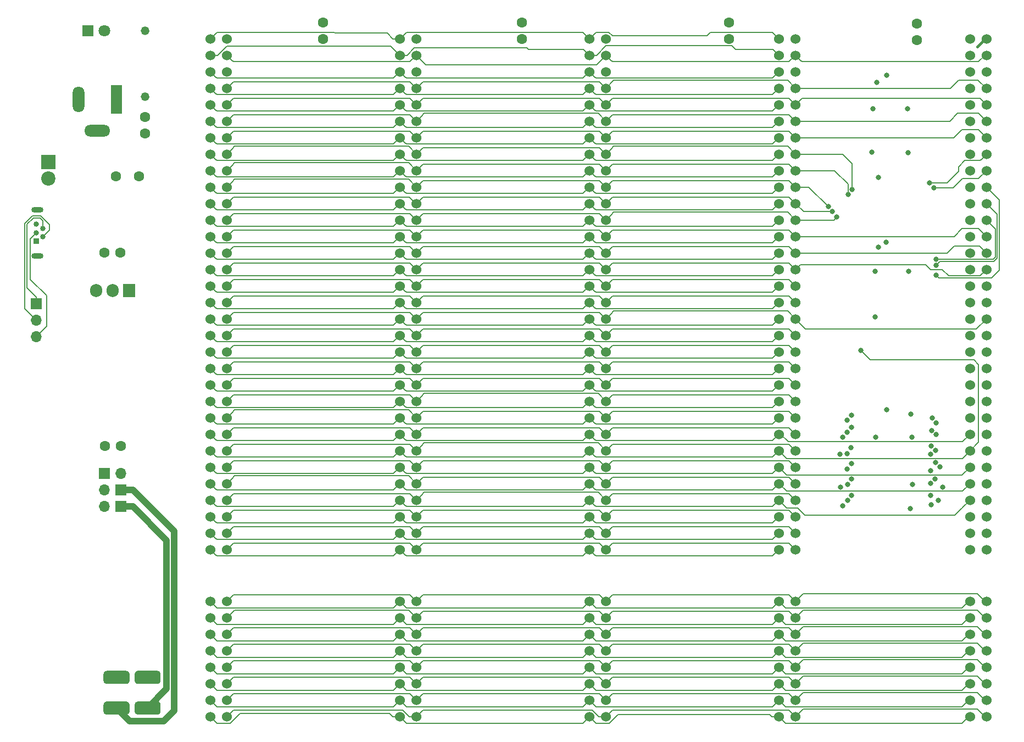
<source format=gbr>
G04 #@! TF.GenerationSoftware,KiCad,Pcbnew,(5.1.5-0-10_14)*
G04 #@! TF.CreationDate,2021-07-25T00:39:12+01:00*
G04 #@! TF.ProjectId,roscbus04,726f7363-6275-4733-9034-2e6b69636164,rev?*
G04 #@! TF.SameCoordinates,Original*
G04 #@! TF.FileFunction,Copper,L2,Inr*
G04 #@! TF.FilePolarity,Positive*
%FSLAX46Y46*%
G04 Gerber Fmt 4.6, Leading zero omitted, Abs format (unit mm)*
G04 Created by KiCad (PCBNEW (5.1.5-0-10_14)) date 2021-07-25 00:39:12*
%MOMM*%
%LPD*%
G04 APERTURE LIST*
%ADD10C,1.524000*%
%ADD11O,1.905000X2.000000*%
%ADD12R,1.905000X2.000000*%
%ADD13C,0.100000*%
%ADD14C,1.320800*%
%ADD15C,1.800000*%
%ADD16R,1.800000X1.800000*%
%ADD17O,1.700000X1.700000*%
%ADD18R,1.700000X1.700000*%
%ADD19C,2.200000*%
%ADD20R,2.200000X2.200000*%
%ADD21R,1.800000X4.400000*%
%ADD22O,1.800000X4.000000*%
%ADD23O,4.000000X1.800000*%
%ADD24O,1.850000X0.850000*%
%ADD25C,0.840000*%
%ADD26R,0.840000X0.840000*%
%ADD27C,1.600000*%
%ADD28C,1.600200*%
%ADD29C,0.800000*%
%ADD30C,0.160000*%
%ADD31C,0.450000*%
%ADD32C,1.000000*%
G04 APERTURE END LIST*
D10*
X189937000Y-120132000D03*
X187397000Y-120132000D03*
X189937000Y-117592000D03*
X187397000Y-117592000D03*
X187397000Y-41392000D03*
X189937000Y-41392000D03*
X187397000Y-43932000D03*
X189937000Y-43932000D03*
X187397000Y-46472000D03*
X189937000Y-46472000D03*
X187397000Y-49012000D03*
X189937000Y-49012000D03*
X187397000Y-51552000D03*
X189937000Y-51552000D03*
X187397000Y-54092000D03*
X189937000Y-54092000D03*
X187397000Y-56632000D03*
X189937000Y-56632000D03*
X187397000Y-59172000D03*
X189937000Y-59172000D03*
X187397000Y-61712000D03*
X189937000Y-61712000D03*
X187397000Y-64252000D03*
X189937000Y-64252000D03*
X187397000Y-66792000D03*
X189937000Y-66792000D03*
X187397000Y-69332000D03*
X189937000Y-69332000D03*
X187397000Y-71872000D03*
X189937000Y-71872000D03*
X187397000Y-74412000D03*
X189937000Y-74412000D03*
X187397000Y-76952000D03*
X189937000Y-76952000D03*
X187397000Y-79492000D03*
X189937000Y-79492000D03*
X187397000Y-82032000D03*
X189937000Y-82032000D03*
X187397000Y-84572000D03*
X189937000Y-84572000D03*
X187397000Y-87112000D03*
X189937000Y-87112000D03*
X187397000Y-89652000D03*
X189937000Y-89652000D03*
X187397000Y-92192000D03*
X189937000Y-92192000D03*
X187397000Y-94732000D03*
X189937000Y-94732000D03*
X187397000Y-97272000D03*
X189937000Y-97272000D03*
X187397000Y-99812000D03*
X189937000Y-99812000D03*
X187397000Y-102352000D03*
X189937000Y-102352000D03*
X187397000Y-104892000D03*
X189937000Y-104892000D03*
X187397000Y-107432000D03*
X189937000Y-107432000D03*
X187397000Y-109972000D03*
X189937000Y-109972000D03*
X187397000Y-112512000D03*
X189937000Y-112512000D03*
X187397000Y-115052000D03*
X189937000Y-115052000D03*
X216823000Y-128152000D03*
X219363000Y-128152000D03*
X216823000Y-130692000D03*
X219363000Y-130692000D03*
X216823000Y-133232000D03*
X219363000Y-133232000D03*
X216823000Y-135772000D03*
X219363000Y-135772000D03*
X216823000Y-138312000D03*
X219363000Y-138312000D03*
X216823000Y-140852000D03*
X219363000Y-140852000D03*
X216823000Y-143392000D03*
X219363000Y-143392000D03*
X216823000Y-145932000D03*
X219363000Y-145932000D03*
X219363000Y-120132000D03*
X216823000Y-120132000D03*
X219363000Y-117592000D03*
X216823000Y-117592000D03*
X216823000Y-41392000D03*
X219363000Y-41392000D03*
X216823000Y-43932000D03*
X219363000Y-43932000D03*
X216823000Y-46472000D03*
X219363000Y-46472000D03*
X216823000Y-49012000D03*
X219363000Y-49012000D03*
X216823000Y-51552000D03*
X219363000Y-51552000D03*
X216823000Y-54092000D03*
X219363000Y-54092000D03*
X216823000Y-56632000D03*
X219363000Y-56632000D03*
X216823000Y-59172000D03*
X219363000Y-59172000D03*
X216823000Y-61712000D03*
X219363000Y-61712000D03*
X216823000Y-64252000D03*
X219363000Y-64252000D03*
X216823000Y-66792000D03*
X219363000Y-66792000D03*
X216823000Y-69332000D03*
X219363000Y-69332000D03*
X216823000Y-71872000D03*
X219363000Y-71872000D03*
X216823000Y-74412000D03*
X219363000Y-74412000D03*
X216823000Y-76952000D03*
X219363000Y-76952000D03*
X216823000Y-79492000D03*
X219363000Y-79492000D03*
X216823000Y-82032000D03*
X219363000Y-82032000D03*
X216823000Y-84572000D03*
X219363000Y-84572000D03*
X216823000Y-87112000D03*
X219363000Y-87112000D03*
X216823000Y-89652000D03*
X219363000Y-89652000D03*
X216823000Y-92192000D03*
X219363000Y-92192000D03*
X216823000Y-94732000D03*
X219363000Y-94732000D03*
X216823000Y-97272000D03*
X219363000Y-97272000D03*
X216823000Y-99812000D03*
X219363000Y-99812000D03*
X216823000Y-102352000D03*
X219363000Y-102352000D03*
X216823000Y-104892000D03*
X219363000Y-104892000D03*
X216823000Y-107432000D03*
X219363000Y-107432000D03*
X216823000Y-109972000D03*
X219363000Y-109972000D03*
X216823000Y-112512000D03*
X219363000Y-112512000D03*
X216823000Y-115052000D03*
X219363000Y-115052000D03*
D11*
X82120000Y-80200000D03*
X84660000Y-80200000D03*
D12*
X87200000Y-80200000D03*
G04 #@! TA.AperFunction,ViaPad*
D13*
G36*
X91644009Y-138832408D02*
G01*
X91692545Y-138839607D01*
X91740142Y-138851530D01*
X91786342Y-138868060D01*
X91830698Y-138889039D01*
X91872785Y-138914265D01*
X91912197Y-138943495D01*
X91948553Y-138976447D01*
X91981505Y-139012803D01*
X92010735Y-139052215D01*
X92035961Y-139094302D01*
X92056940Y-139138658D01*
X92073470Y-139184858D01*
X92085393Y-139232455D01*
X92092592Y-139280991D01*
X92095000Y-139330000D01*
X92095000Y-140330000D01*
X92092592Y-140379009D01*
X92085393Y-140427545D01*
X92073470Y-140475142D01*
X92056940Y-140521342D01*
X92035961Y-140565698D01*
X92010735Y-140607785D01*
X91981505Y-140647197D01*
X91948553Y-140683553D01*
X91912197Y-140716505D01*
X91872785Y-140745735D01*
X91830698Y-140770961D01*
X91786342Y-140791940D01*
X91740142Y-140808470D01*
X91692545Y-140820393D01*
X91644009Y-140827592D01*
X91595000Y-140830000D01*
X88595000Y-140830000D01*
X88545991Y-140827592D01*
X88497455Y-140820393D01*
X88449858Y-140808470D01*
X88403658Y-140791940D01*
X88359302Y-140770961D01*
X88317215Y-140745735D01*
X88277803Y-140716505D01*
X88241447Y-140683553D01*
X88208495Y-140647197D01*
X88179265Y-140607785D01*
X88154039Y-140565698D01*
X88133060Y-140521342D01*
X88116530Y-140475142D01*
X88104607Y-140427545D01*
X88097408Y-140379009D01*
X88095000Y-140330000D01*
X88095000Y-139330000D01*
X88097408Y-139280991D01*
X88104607Y-139232455D01*
X88116530Y-139184858D01*
X88133060Y-139138658D01*
X88154039Y-139094302D01*
X88179265Y-139052215D01*
X88208495Y-139012803D01*
X88241447Y-138976447D01*
X88277803Y-138943495D01*
X88317215Y-138914265D01*
X88359302Y-138889039D01*
X88403658Y-138868060D01*
X88449858Y-138851530D01*
X88497455Y-138839607D01*
X88545991Y-138832408D01*
X88595000Y-138830000D01*
X91595000Y-138830000D01*
X91644009Y-138832408D01*
G37*
G04 #@! TD.AperFunction*
G04 #@! TA.AperFunction,ViaPad*
G36*
X86844009Y-138832408D02*
G01*
X86892545Y-138839607D01*
X86940142Y-138851530D01*
X86986342Y-138868060D01*
X87030698Y-138889039D01*
X87072785Y-138914265D01*
X87112197Y-138943495D01*
X87148553Y-138976447D01*
X87181505Y-139012803D01*
X87210735Y-139052215D01*
X87235961Y-139094302D01*
X87256940Y-139138658D01*
X87273470Y-139184858D01*
X87285393Y-139232455D01*
X87292592Y-139280991D01*
X87295000Y-139330000D01*
X87295000Y-140330000D01*
X87292592Y-140379009D01*
X87285393Y-140427545D01*
X87273470Y-140475142D01*
X87256940Y-140521342D01*
X87235961Y-140565698D01*
X87210735Y-140607785D01*
X87181505Y-140647197D01*
X87148553Y-140683553D01*
X87112197Y-140716505D01*
X87072785Y-140745735D01*
X87030698Y-140770961D01*
X86986342Y-140791940D01*
X86940142Y-140808470D01*
X86892545Y-140820393D01*
X86844009Y-140827592D01*
X86795000Y-140830000D01*
X83795000Y-140830000D01*
X83745991Y-140827592D01*
X83697455Y-140820393D01*
X83649858Y-140808470D01*
X83603658Y-140791940D01*
X83559302Y-140770961D01*
X83517215Y-140745735D01*
X83477803Y-140716505D01*
X83441447Y-140683553D01*
X83408495Y-140647197D01*
X83379265Y-140607785D01*
X83354039Y-140565698D01*
X83333060Y-140521342D01*
X83316530Y-140475142D01*
X83304607Y-140427545D01*
X83297408Y-140379009D01*
X83295000Y-140330000D01*
X83295000Y-139330000D01*
X83297408Y-139280991D01*
X83304607Y-139232455D01*
X83316530Y-139184858D01*
X83333060Y-139138658D01*
X83354039Y-139094302D01*
X83379265Y-139052215D01*
X83408495Y-139012803D01*
X83441447Y-138976447D01*
X83477803Y-138943495D01*
X83517215Y-138914265D01*
X83559302Y-138889039D01*
X83603658Y-138868060D01*
X83649858Y-138851530D01*
X83697455Y-138839607D01*
X83745991Y-138832408D01*
X83795000Y-138830000D01*
X86795000Y-138830000D01*
X86844009Y-138832408D01*
G37*
G04 #@! TD.AperFunction*
G04 #@! TA.AperFunction,ViaPad*
G36*
X86844009Y-143562408D02*
G01*
X86892545Y-143569607D01*
X86940142Y-143581530D01*
X86986342Y-143598060D01*
X87030698Y-143619039D01*
X87072785Y-143644265D01*
X87112197Y-143673495D01*
X87148553Y-143706447D01*
X87181505Y-143742803D01*
X87210735Y-143782215D01*
X87235961Y-143824302D01*
X87256940Y-143868658D01*
X87273470Y-143914858D01*
X87285393Y-143962455D01*
X87292592Y-144010991D01*
X87295000Y-144060000D01*
X87295000Y-145060000D01*
X87292592Y-145109009D01*
X87285393Y-145157545D01*
X87273470Y-145205142D01*
X87256940Y-145251342D01*
X87235961Y-145295698D01*
X87210735Y-145337785D01*
X87181505Y-145377197D01*
X87148553Y-145413553D01*
X87112197Y-145446505D01*
X87072785Y-145475735D01*
X87030698Y-145500961D01*
X86986342Y-145521940D01*
X86940142Y-145538470D01*
X86892545Y-145550393D01*
X86844009Y-145557592D01*
X86795000Y-145560000D01*
X83795000Y-145560000D01*
X83745991Y-145557592D01*
X83697455Y-145550393D01*
X83649858Y-145538470D01*
X83603658Y-145521940D01*
X83559302Y-145500961D01*
X83517215Y-145475735D01*
X83477803Y-145446505D01*
X83441447Y-145413553D01*
X83408495Y-145377197D01*
X83379265Y-145337785D01*
X83354039Y-145295698D01*
X83333060Y-145251342D01*
X83316530Y-145205142D01*
X83304607Y-145157545D01*
X83297408Y-145109009D01*
X83295000Y-145060000D01*
X83295000Y-144060000D01*
X83297408Y-144010991D01*
X83304607Y-143962455D01*
X83316530Y-143914858D01*
X83333060Y-143868658D01*
X83354039Y-143824302D01*
X83379265Y-143782215D01*
X83408495Y-143742803D01*
X83441447Y-143706447D01*
X83477803Y-143673495D01*
X83517215Y-143644265D01*
X83559302Y-143619039D01*
X83603658Y-143598060D01*
X83649858Y-143581530D01*
X83697455Y-143569607D01*
X83745991Y-143562408D01*
X83795000Y-143560000D01*
X86795000Y-143560000D01*
X86844009Y-143562408D01*
G37*
G04 #@! TD.AperFunction*
G04 #@! TA.AperFunction,ViaPad*
G36*
X91644009Y-143562408D02*
G01*
X91692545Y-143569607D01*
X91740142Y-143581530D01*
X91786342Y-143598060D01*
X91830698Y-143619039D01*
X91872785Y-143644265D01*
X91912197Y-143673495D01*
X91948553Y-143706447D01*
X91981505Y-143742803D01*
X92010735Y-143782215D01*
X92035961Y-143824302D01*
X92056940Y-143868658D01*
X92073470Y-143914858D01*
X92085393Y-143962455D01*
X92092592Y-144010991D01*
X92095000Y-144060000D01*
X92095000Y-145060000D01*
X92092592Y-145109009D01*
X92085393Y-145157545D01*
X92073470Y-145205142D01*
X92056940Y-145251342D01*
X92035961Y-145295698D01*
X92010735Y-145337785D01*
X91981505Y-145377197D01*
X91948553Y-145413553D01*
X91912197Y-145446505D01*
X91872785Y-145475735D01*
X91830698Y-145500961D01*
X91786342Y-145521940D01*
X91740142Y-145538470D01*
X91692545Y-145550393D01*
X91644009Y-145557592D01*
X91595000Y-145560000D01*
X88595000Y-145560000D01*
X88545991Y-145557592D01*
X88497455Y-145550393D01*
X88449858Y-145538470D01*
X88403658Y-145521940D01*
X88359302Y-145500961D01*
X88317215Y-145475735D01*
X88277803Y-145446505D01*
X88241447Y-145413553D01*
X88208495Y-145377197D01*
X88179265Y-145337785D01*
X88154039Y-145295698D01*
X88133060Y-145251342D01*
X88116530Y-145205142D01*
X88104607Y-145157545D01*
X88097408Y-145109009D01*
X88095000Y-145060000D01*
X88095000Y-144060000D01*
X88097408Y-144010991D01*
X88104607Y-143962455D01*
X88116530Y-143914858D01*
X88133060Y-143868658D01*
X88154039Y-143824302D01*
X88179265Y-143782215D01*
X88208495Y-143742803D01*
X88241447Y-143706447D01*
X88277803Y-143673495D01*
X88317215Y-143644265D01*
X88359302Y-143619039D01*
X88403658Y-143598060D01*
X88449858Y-143581530D01*
X88497455Y-143569607D01*
X88545991Y-143562408D01*
X88595000Y-143560000D01*
X91595000Y-143560000D01*
X91644009Y-143562408D01*
G37*
G04 #@! TD.AperFunction*
D14*
X89660000Y-40137000D03*
X89660000Y-50297000D03*
D15*
X83425000Y-40140000D03*
D16*
X80885000Y-40140000D03*
D17*
X85955000Y-108390000D03*
D18*
X83415000Y-108390000D03*
D17*
X83415000Y-110940000D03*
D18*
X85955000Y-110940000D03*
D17*
X83415000Y-113465000D03*
D18*
X85955000Y-113465000D03*
D17*
X72920000Y-87310000D03*
X72920000Y-84770000D03*
D18*
X72920000Y-82230000D03*
D19*
X74785000Y-62890000D03*
D20*
X74785000Y-60350000D03*
D21*
X85285000Y-50780000D03*
D22*
X79485000Y-50780000D03*
D23*
X82285000Y-55580000D03*
D24*
X73135000Y-67715000D03*
X73135000Y-74865000D03*
D25*
X72915000Y-69990000D03*
X73915000Y-70640000D03*
X72915000Y-71290000D03*
X73915000Y-71940000D03*
D26*
X72915000Y-72590000D03*
D27*
X85910000Y-74320000D03*
X83410000Y-74320000D03*
X89660000Y-55951000D03*
X89660000Y-53451000D03*
X208615000Y-39073000D03*
X208615000Y-41573000D03*
X179720000Y-38915000D03*
X179720000Y-41415000D03*
X147810000Y-38915000D03*
X147810000Y-41415000D03*
X117097000Y-38919000D03*
X117097000Y-41419000D03*
X85974000Y-104121000D03*
X83474000Y-104121000D03*
D28*
X88778000Y-62600000D03*
X85222000Y-62600000D03*
D10*
X187397000Y-128152000D03*
X189937000Y-128152000D03*
X187397000Y-130692000D03*
X189937000Y-130692000D03*
X187397000Y-133232000D03*
X189937000Y-133232000D03*
X187397000Y-135772000D03*
X189937000Y-135772000D03*
X187397000Y-138312000D03*
X189937000Y-138312000D03*
X187397000Y-140852000D03*
X189937000Y-140852000D03*
X187397000Y-143392000D03*
X189937000Y-143392000D03*
X187397000Y-145932000D03*
X189937000Y-145932000D03*
X158187000Y-128152000D03*
X160727000Y-128152000D03*
X158187000Y-130692000D03*
X160727000Y-130692000D03*
X158187000Y-133232000D03*
X160727000Y-133232000D03*
X158187000Y-135772000D03*
X160727000Y-135772000D03*
X158187000Y-138312000D03*
X160727000Y-138312000D03*
X158187000Y-140852000D03*
X160727000Y-140852000D03*
X158187000Y-143392000D03*
X160727000Y-143392000D03*
X158187000Y-145932000D03*
X160727000Y-145932000D03*
X160727000Y-120132000D03*
X158187000Y-120132000D03*
X160727000Y-117592000D03*
X158187000Y-117592000D03*
X158187000Y-41392000D03*
X160727000Y-41392000D03*
X158187000Y-43932000D03*
X160727000Y-43932000D03*
X158187000Y-46472000D03*
X160727000Y-46472000D03*
X158187000Y-49012000D03*
X160727000Y-49012000D03*
X158187000Y-51552000D03*
X160727000Y-51552000D03*
X158187000Y-54092000D03*
X160727000Y-54092000D03*
X158187000Y-56632000D03*
X160727000Y-56632000D03*
X158187000Y-59172000D03*
X160727000Y-59172000D03*
X158187000Y-61712000D03*
X160727000Y-61712000D03*
X158187000Y-64252000D03*
X160727000Y-64252000D03*
X158187000Y-66792000D03*
X160727000Y-66792000D03*
X158187000Y-69332000D03*
X160727000Y-69332000D03*
X158187000Y-71872000D03*
X160727000Y-71872000D03*
X158187000Y-74412000D03*
X160727000Y-74412000D03*
X158187000Y-76952000D03*
X160727000Y-76952000D03*
X158187000Y-79492000D03*
X160727000Y-79492000D03*
X158187000Y-82032000D03*
X160727000Y-82032000D03*
X158187000Y-84572000D03*
X160727000Y-84572000D03*
X158187000Y-87112000D03*
X160727000Y-87112000D03*
X158187000Y-89652000D03*
X160727000Y-89652000D03*
X158187000Y-92192000D03*
X160727000Y-92192000D03*
X158187000Y-94732000D03*
X160727000Y-94732000D03*
X158187000Y-97272000D03*
X160727000Y-97272000D03*
X158187000Y-99812000D03*
X160727000Y-99812000D03*
X158187000Y-102352000D03*
X160727000Y-102352000D03*
X158187000Y-104892000D03*
X160727000Y-104892000D03*
X158187000Y-107432000D03*
X160727000Y-107432000D03*
X158187000Y-109972000D03*
X160727000Y-109972000D03*
X158187000Y-112512000D03*
X160727000Y-112512000D03*
X158187000Y-115052000D03*
X160727000Y-115052000D03*
X128977000Y-128152000D03*
X131517000Y-128152000D03*
X128977000Y-130692000D03*
X131517000Y-130692000D03*
X128977000Y-133232000D03*
X131517000Y-133232000D03*
X128977000Y-135772000D03*
X131517000Y-135772000D03*
X128977000Y-138312000D03*
X131517000Y-138312000D03*
X128977000Y-140852000D03*
X131517000Y-140852000D03*
X128977000Y-143392000D03*
X131517000Y-143392000D03*
X128977000Y-145932000D03*
X131517000Y-145932000D03*
X131517000Y-120132000D03*
X128977000Y-120132000D03*
X131517000Y-117592000D03*
X128977000Y-117592000D03*
X128977000Y-41392000D03*
X131517000Y-41392000D03*
X128977000Y-43932000D03*
X131517000Y-43932000D03*
X128977000Y-46472000D03*
X131517000Y-46472000D03*
X128977000Y-49012000D03*
X131517000Y-49012000D03*
X128977000Y-51552000D03*
X131517000Y-51552000D03*
X128977000Y-54092000D03*
X131517000Y-54092000D03*
X128977000Y-56632000D03*
X131517000Y-56632000D03*
X128977000Y-59172000D03*
X131517000Y-59172000D03*
X128977000Y-61712000D03*
X131517000Y-61712000D03*
X128977000Y-64252000D03*
X131517000Y-64252000D03*
X128977000Y-66792000D03*
X131517000Y-66792000D03*
X128977000Y-69332000D03*
X131517000Y-69332000D03*
X128977000Y-71872000D03*
X131517000Y-71872000D03*
X128977000Y-74412000D03*
X131517000Y-74412000D03*
X128977000Y-76952000D03*
X131517000Y-76952000D03*
X128977000Y-79492000D03*
X131517000Y-79492000D03*
X128977000Y-82032000D03*
X131517000Y-82032000D03*
X128977000Y-84572000D03*
X131517000Y-84572000D03*
X128977000Y-87112000D03*
X131517000Y-87112000D03*
X128977000Y-89652000D03*
X131517000Y-89652000D03*
X128977000Y-92192000D03*
X131517000Y-92192000D03*
X128977000Y-94732000D03*
X131517000Y-94732000D03*
X128977000Y-97272000D03*
X131517000Y-97272000D03*
X128977000Y-99812000D03*
X131517000Y-99812000D03*
X128977000Y-102352000D03*
X131517000Y-102352000D03*
X128977000Y-104892000D03*
X131517000Y-104892000D03*
X128977000Y-107432000D03*
X131517000Y-107432000D03*
X128977000Y-109972000D03*
X131517000Y-109972000D03*
X128977000Y-112512000D03*
X131517000Y-112512000D03*
X128977000Y-115052000D03*
X131517000Y-115052000D03*
X99767000Y-128152000D03*
X102307000Y-128152000D03*
X99767000Y-130692000D03*
X102307000Y-130692000D03*
X99767000Y-133232000D03*
X102307000Y-133232000D03*
X99767000Y-135772000D03*
X102307000Y-135772000D03*
X99767000Y-138312000D03*
X102307000Y-138312000D03*
X99767000Y-140852000D03*
X102307000Y-140852000D03*
X99767000Y-143392000D03*
X102307000Y-143392000D03*
X99767000Y-145932000D03*
X102307000Y-145932000D03*
X102307000Y-120132000D03*
X99767000Y-120132000D03*
X102307000Y-117592000D03*
X99767000Y-117592000D03*
X99767000Y-41392000D03*
X102307000Y-41392000D03*
X99767000Y-43932000D03*
X102307000Y-43932000D03*
X99767000Y-46472000D03*
X102307000Y-46472000D03*
X99767000Y-49012000D03*
X102307000Y-49012000D03*
X99767000Y-51552000D03*
X102307000Y-51552000D03*
X99767000Y-54092000D03*
X102307000Y-54092000D03*
X99767000Y-56632000D03*
X102307000Y-56632000D03*
X99767000Y-59172000D03*
X102307000Y-59172000D03*
X99767000Y-61712000D03*
X102307000Y-61712000D03*
X99767000Y-64252000D03*
X102307000Y-64252000D03*
X99767000Y-66792000D03*
X102307000Y-66792000D03*
X99767000Y-69332000D03*
X102307000Y-69332000D03*
X99767000Y-71872000D03*
X102307000Y-71872000D03*
X99767000Y-74412000D03*
X102307000Y-74412000D03*
X99767000Y-76952000D03*
X102307000Y-76952000D03*
X99767000Y-79492000D03*
X102307000Y-79492000D03*
X99767000Y-82032000D03*
X102307000Y-82032000D03*
X99767000Y-84572000D03*
X102307000Y-84572000D03*
X99767000Y-87112000D03*
X102307000Y-87112000D03*
X99767000Y-89652000D03*
X102307000Y-89652000D03*
X99767000Y-92192000D03*
X102307000Y-92192000D03*
X99767000Y-94732000D03*
X102307000Y-94732000D03*
X99767000Y-97272000D03*
X102307000Y-97272000D03*
X99767000Y-99812000D03*
X102307000Y-99812000D03*
X99767000Y-102352000D03*
X102307000Y-102352000D03*
X99767000Y-104892000D03*
X102307000Y-104892000D03*
X99767000Y-107432000D03*
X102307000Y-107432000D03*
X99767000Y-109972000D03*
X102307000Y-109972000D03*
X99767000Y-112512000D03*
X102307000Y-112512000D03*
X99767000Y-115052000D03*
X102307000Y-115052000D03*
D29*
X210741000Y-111783000D03*
X211986000Y-112586000D03*
X212656000Y-110503000D03*
X210852000Y-113218500D03*
X210728000Y-109917000D03*
X207661000Y-113855000D03*
X207702000Y-99225000D03*
X211473000Y-109274000D03*
X210785000Y-107994000D03*
X212226980Y-107344731D03*
X211505000Y-106712000D03*
X200040000Y-89468000D03*
X202496000Y-48111000D03*
X202699000Y-62780000D03*
X202685000Y-73473000D03*
X210804000Y-105432000D03*
X211532114Y-104801491D03*
X210848000Y-104128000D03*
X211651353Y-102408330D03*
X210937000Y-101767000D03*
X211639461Y-100579800D03*
X210992000Y-99871000D03*
X211610000Y-75375000D03*
X211612299Y-76334999D03*
X211607000Y-77859000D03*
X211253000Y-64386881D03*
X210613000Y-63608000D03*
X202189000Y-77248000D03*
X202189000Y-84236000D03*
X201701000Y-58908000D03*
X201910000Y-52192000D03*
X203971000Y-47020000D03*
X203911000Y-72782000D03*
X203952000Y-98553000D03*
X208011000Y-110051000D03*
X207917000Y-102848000D03*
X207247000Y-52198000D03*
X207269000Y-58942000D03*
X207404000Y-77250000D03*
X202279000Y-102848000D03*
X197258000Y-113353000D03*
X197983000Y-112582000D03*
X198578000Y-111783000D03*
X196918000Y-110503000D03*
X197955000Y-110095000D03*
X198578000Y-109274000D03*
X197914000Y-107688000D03*
X198606000Y-106907000D03*
X196806000Y-105432000D03*
X197874000Y-105329000D03*
X198514000Y-104449000D03*
X197233000Y-102848000D03*
X197927000Y-102020000D03*
X198541000Y-101246000D03*
X197900000Y-100205000D03*
X198541000Y-99458000D03*
X198667000Y-64638000D03*
X198027000Y-65419382D03*
X195001258Y-67285238D03*
X195641258Y-68035992D03*
X196283000Y-68876286D03*
D30*
X158948999Y-113273999D02*
X158187000Y-112512000D01*
X159189001Y-113514001D02*
X158948999Y-113273999D01*
X186394999Y-113514001D02*
X159189001Y-113514001D01*
X187397000Y-112512000D02*
X186394999Y-113514001D01*
X129979001Y-113514001D02*
X129738999Y-113273999D01*
X129738999Y-113273999D02*
X128977000Y-112512000D01*
X157184999Y-113514001D02*
X129979001Y-113514001D01*
X158187000Y-112512000D02*
X157184999Y-113514001D01*
X100528999Y-113273999D02*
X99767000Y-112512000D01*
X100769001Y-113514001D02*
X100528999Y-113273999D01*
X127974999Y-113514001D02*
X100769001Y-113514001D01*
X128977000Y-112512000D02*
X127974999Y-113514001D01*
X215597000Y-113738000D02*
X216823000Y-112512000D01*
X187397000Y-112512000D02*
X188614989Y-113729989D01*
X188614989Y-113729989D02*
X190250989Y-113729989D01*
X190250989Y-113729989D02*
X191339000Y-114818000D01*
X214517000Y-114818000D02*
X215597000Y-113738000D01*
X191339000Y-114818000D02*
X214517000Y-114818000D01*
X158948999Y-110733999D02*
X158187000Y-109972000D01*
X159189001Y-110974001D02*
X158948999Y-110733999D01*
X186394999Y-110974001D02*
X159189001Y-110974001D01*
X187397000Y-109972000D02*
X186394999Y-110974001D01*
X129738999Y-110733999D02*
X128977000Y-109972000D01*
X129979001Y-110974001D02*
X129738999Y-110733999D01*
X157184999Y-110974001D02*
X129979001Y-110974001D01*
X158187000Y-109972000D02*
X157184999Y-110974001D01*
X100528999Y-110733999D02*
X99767000Y-109972000D01*
X127974999Y-110974001D02*
X100769001Y-110974001D01*
X100769001Y-110974001D02*
X100528999Y-110733999D01*
X128977000Y-109972000D02*
X127974999Y-110974001D01*
X187397000Y-109972000D02*
X188568000Y-111143000D01*
X215652000Y-111143000D02*
X216823000Y-109972000D01*
X188568000Y-111143000D02*
X215652000Y-111143000D01*
X158948999Y-108193999D02*
X158187000Y-107432000D01*
X159189001Y-108434001D02*
X158948999Y-108193999D01*
X186394999Y-108434001D02*
X159189001Y-108434001D01*
X187397000Y-107432000D02*
X186394999Y-108434001D01*
X129738999Y-108193999D02*
X128977000Y-107432000D01*
X157184999Y-108434001D02*
X129979001Y-108434001D01*
X129979001Y-108434001D02*
X129738999Y-108193999D01*
X158187000Y-107432000D02*
X157184999Y-108434001D01*
X100528999Y-108193999D02*
X99767000Y-107432000D01*
X100769001Y-108434001D02*
X100528999Y-108193999D01*
X127974999Y-108434001D02*
X100769001Y-108434001D01*
X128977000Y-107432000D02*
X127974999Y-108434001D01*
X187397000Y-107432000D02*
X188599000Y-108634000D01*
X215621000Y-108634000D02*
X216823000Y-107432000D01*
X188599000Y-108634000D02*
X215621000Y-108634000D01*
X159189001Y-105894001D02*
X158948999Y-105653999D01*
X158948999Y-105653999D02*
X158187000Y-104892000D01*
X186394999Y-105894001D02*
X159189001Y-105894001D01*
X187397000Y-104892000D02*
X186394999Y-105894001D01*
X129738999Y-105653999D02*
X128977000Y-104892000D01*
X129979001Y-105894001D02*
X129738999Y-105653999D01*
X157184999Y-105894001D02*
X129979001Y-105894001D01*
X158187000Y-104892000D02*
X157184999Y-105894001D01*
X100528999Y-105653999D02*
X99767000Y-104892000D01*
X127974999Y-105894001D02*
X100769001Y-105894001D01*
X100769001Y-105894001D02*
X100528999Y-105653999D01*
X128977000Y-104892000D02*
X127974999Y-105894001D01*
X187397000Y-104892000D02*
X188577000Y-106072000D01*
X215643000Y-106072000D02*
X216823000Y-104892000D01*
X188577000Y-106072000D02*
X215643000Y-106072000D01*
X218162000Y-91601000D02*
X218162000Y-103553000D01*
X217434000Y-90873000D02*
X218162000Y-91601000D01*
X218162000Y-103553000D02*
X216823000Y-104892000D01*
X201445000Y-90873000D02*
X217434000Y-90873000D01*
X200040000Y-89468000D02*
X201445000Y-90873000D01*
X158948999Y-103113999D02*
X158187000Y-102352000D01*
X159189001Y-103354001D02*
X158948999Y-103113999D01*
X186394999Y-103354001D02*
X159189001Y-103354001D01*
X187397000Y-102352000D02*
X186394999Y-103354001D01*
X129738999Y-103113999D02*
X128977000Y-102352000D01*
X129979001Y-103354001D02*
X129738999Y-103113999D01*
X157184999Y-103354001D02*
X129979001Y-103354001D01*
X158187000Y-102352000D02*
X157184999Y-103354001D01*
X100528999Y-103113999D02*
X99767000Y-102352000D01*
X100769001Y-103354001D02*
X100528999Y-103113999D01*
X127974999Y-103354001D02*
X100769001Y-103354001D01*
X128977000Y-102352000D02*
X127974999Y-103354001D01*
X187668000Y-102352000D02*
X188804000Y-103488000D01*
X187397000Y-102352000D02*
X187668000Y-102352000D01*
X215687000Y-103488000D02*
X216823000Y-102352000D01*
X188804000Y-103488000D02*
X215687000Y-103488000D01*
X161944989Y-83354011D02*
X161488999Y-83810001D01*
X161488999Y-83810001D02*
X160727000Y-84572000D01*
X188719011Y-83354011D02*
X161944989Y-83354011D01*
X189937000Y-84572000D02*
X188719011Y-83354011D01*
X132519001Y-83569999D02*
X132278999Y-83810001D01*
X159724999Y-83569999D02*
X132519001Y-83569999D01*
X132278999Y-83810001D02*
X131517000Y-84572000D01*
X160727000Y-84572000D02*
X159724999Y-83569999D01*
X103068999Y-83810001D02*
X102307000Y-84572000D01*
X103309001Y-83569999D02*
X103068999Y-83810001D01*
X130514999Y-83569999D02*
X103309001Y-83569999D01*
X131517000Y-84572000D02*
X130514999Y-83569999D01*
X189937000Y-84572000D02*
X191471000Y-86106000D01*
X217829000Y-86106000D02*
X219363000Y-84572000D01*
X191471000Y-86106000D02*
X217829000Y-86106000D01*
X161729001Y-75949999D02*
X161488999Y-76190001D01*
X188934999Y-75949999D02*
X161729001Y-75949999D01*
X161488999Y-76190001D02*
X160727000Y-76952000D01*
X189937000Y-76952000D02*
X188934999Y-75949999D01*
X132519001Y-75949999D02*
X132278999Y-76190001D01*
X132278999Y-76190001D02*
X131517000Y-76952000D01*
X159724999Y-75949999D02*
X132519001Y-75949999D01*
X160727000Y-76952000D02*
X159724999Y-75949999D01*
X103068999Y-76190001D02*
X102307000Y-76952000D01*
X130514999Y-75949999D02*
X103309001Y-75949999D01*
X103309001Y-75949999D02*
X103068999Y-76190001D01*
X131517000Y-76952000D02*
X130514999Y-75949999D01*
X190698999Y-76190001D02*
X210000001Y-76190001D01*
X189937000Y-76952000D02*
X190698999Y-76190001D01*
X210785000Y-76975000D02*
X212550000Y-76975000D01*
X210000001Y-76190001D02*
X210785000Y-76975000D01*
X212550000Y-76975000D02*
X213529001Y-77954001D01*
X218360999Y-77954001D02*
X219363000Y-76952000D01*
X213529001Y-77954001D02*
X218360999Y-77954001D01*
X161729001Y-73409999D02*
X161488999Y-73650001D01*
X188934999Y-73409999D02*
X161729001Y-73409999D01*
X161488999Y-73650001D02*
X160727000Y-74412000D01*
X189937000Y-74412000D02*
X188934999Y-73409999D01*
X132278999Y-73650001D02*
X131517000Y-74412000D01*
X132519001Y-73409999D02*
X132278999Y-73650001D01*
X159724999Y-73409999D02*
X132519001Y-73409999D01*
X160727000Y-74412000D02*
X159724999Y-73409999D01*
X103068999Y-73650001D02*
X102307000Y-74412000D01*
X103309001Y-73409999D02*
X103068999Y-73650001D01*
X130514999Y-73409999D02*
X103309001Y-73409999D01*
X131517000Y-74412000D02*
X130514999Y-73409999D01*
X189937000Y-74412000D02*
X213291000Y-74412000D01*
X213291000Y-74412000D02*
X214390000Y-73313000D01*
X218264000Y-73313000D02*
X219363000Y-74412000D01*
X214390000Y-73313000D02*
X218264000Y-73313000D01*
X161488999Y-71110001D02*
X160727000Y-71872000D01*
X161729001Y-70869999D02*
X161488999Y-71110001D01*
X188934999Y-70869999D02*
X161729001Y-70869999D01*
X189937000Y-71872000D02*
X188934999Y-70869999D01*
X132278999Y-71110001D02*
X131517000Y-71872000D01*
X132519001Y-70869999D02*
X132278999Y-71110001D01*
X159724999Y-70869999D02*
X132519001Y-70869999D01*
X160727000Y-71872000D02*
X159724999Y-70869999D01*
X103068999Y-71110001D02*
X102307000Y-71872000D01*
X103309001Y-70869999D02*
X103068999Y-71110001D01*
X130514999Y-70869999D02*
X103309001Y-70869999D01*
X131517000Y-71872000D02*
X130514999Y-70869999D01*
X189937000Y-71872000D02*
X214374000Y-71872000D01*
X214374000Y-71872000D02*
X215589000Y-70657000D01*
X218148000Y-70657000D02*
X219363000Y-71872000D01*
X215589000Y-70657000D02*
X218148000Y-70657000D01*
X219363000Y-69332000D02*
X220727000Y-70696000D01*
X220727000Y-70696000D02*
X220727000Y-74875000D01*
X220727000Y-74875000D02*
X220727000Y-75068000D01*
X211649001Y-75414001D02*
X211610000Y-75375000D01*
X220380999Y-75414001D02*
X211649001Y-75414001D01*
X220727000Y-75068000D02*
X220380999Y-75414001D01*
X221047009Y-75200553D02*
X220513551Y-75734011D01*
X221047009Y-68476009D02*
X221047009Y-75200553D01*
X219363000Y-66792000D02*
X221047009Y-68476009D01*
X212213287Y-75734011D02*
X211612299Y-76334999D01*
X220513551Y-75734011D02*
X212213287Y-75734011D01*
X211702001Y-77954001D02*
X211607000Y-77859000D01*
X221367019Y-66256019D02*
X219363000Y-64252000D01*
X221367019Y-77101981D02*
X221367019Y-66256019D01*
X220194989Y-78274011D02*
X221367019Y-77101981D01*
X212022011Y-78274011D02*
X220194989Y-78274011D01*
X211607000Y-77859000D02*
X212022011Y-78274011D01*
X211253000Y-64386881D02*
X214201119Y-64386881D01*
X214201119Y-64386881D02*
X215670000Y-62918000D01*
X218157000Y-62918000D02*
X219363000Y-61712000D01*
X215670000Y-62918000D02*
X218157000Y-62918000D01*
X210613000Y-63608000D02*
X213306000Y-63608000D01*
X213306000Y-63608000D02*
X215079000Y-61835000D01*
X215079000Y-61835000D02*
X215079000Y-61112000D01*
X218601001Y-59933999D02*
X219363000Y-59172000D01*
X218360999Y-60174001D02*
X218601001Y-59933999D01*
X216016999Y-60174001D02*
X218360999Y-60174001D01*
X215079000Y-61112000D02*
X216016999Y-60174001D01*
X161488999Y-55870001D02*
X160727000Y-56632000D01*
X161729001Y-55629999D02*
X161488999Y-55870001D01*
X188934999Y-55629999D02*
X161729001Y-55629999D01*
X189937000Y-56632000D02*
X188934999Y-55629999D01*
X132278999Y-55870001D02*
X131517000Y-56632000D01*
X159724999Y-55629999D02*
X132519001Y-55629999D01*
X132519001Y-55629999D02*
X132278999Y-55870001D01*
X160727000Y-56632000D02*
X159724999Y-55629999D01*
X103068999Y-55870001D02*
X102307000Y-56632000D01*
X103309001Y-55629999D02*
X103068999Y-55870001D01*
X130514999Y-55629999D02*
X103309001Y-55629999D01*
X131517000Y-56632000D02*
X130514999Y-55629999D01*
X189937000Y-56632000D02*
X214351000Y-56632000D01*
X214351000Y-56632000D02*
X215581000Y-55402000D01*
X218133000Y-55402000D02*
X219363000Y-56632000D01*
X215581000Y-55402000D02*
X218133000Y-55402000D01*
X161729001Y-53089999D02*
X161488999Y-53330001D01*
X188934999Y-53089999D02*
X161729001Y-53089999D01*
X161488999Y-53330001D02*
X160727000Y-54092000D01*
X189937000Y-54092000D02*
X188934999Y-53089999D01*
X132278999Y-53330001D02*
X131517000Y-54092000D01*
X132734989Y-52874011D02*
X132278999Y-53330001D01*
X159509011Y-52874011D02*
X132734989Y-52874011D01*
X160727000Y-54092000D02*
X159509011Y-52874011D01*
X130514999Y-53089999D02*
X103309001Y-53089999D01*
X103068999Y-53330001D02*
X102307000Y-54092000D01*
X103309001Y-53089999D02*
X103068999Y-53330001D01*
X131517000Y-54092000D02*
X130514999Y-53089999D01*
X189937000Y-54092000D02*
X213693000Y-54092000D01*
X213693000Y-54092000D02*
X214888000Y-52897000D01*
X218168000Y-52897000D02*
X219363000Y-54092000D01*
X214888000Y-52897000D02*
X218168000Y-52897000D01*
X161488999Y-50790001D02*
X160727000Y-51552000D01*
X161729001Y-50549999D02*
X161488999Y-50790001D01*
X188934999Y-50549999D02*
X161729001Y-50549999D01*
X189937000Y-51552000D02*
X188934999Y-50549999D01*
X132519001Y-50549999D02*
X132278999Y-50790001D01*
X159724999Y-50549999D02*
X132519001Y-50549999D01*
X132278999Y-50790001D02*
X131517000Y-51552000D01*
X160727000Y-51552000D02*
X159724999Y-50549999D01*
X103309001Y-50549999D02*
X103068999Y-50790001D01*
X130514999Y-50549999D02*
X103309001Y-50549999D01*
X103068999Y-50790001D02*
X102307000Y-51552000D01*
X131517000Y-51552000D02*
X130514999Y-50549999D01*
X190939001Y-50549999D02*
X189937000Y-51552000D01*
X218360999Y-50549999D02*
X190939001Y-50549999D01*
X219363000Y-51552000D02*
X218360999Y-50549999D01*
X189937000Y-49012000D02*
X188719011Y-47794011D01*
X161944989Y-47794011D02*
X160727000Y-49012000D01*
X188719011Y-47794011D02*
X161944989Y-47794011D01*
X132278999Y-48250001D02*
X131517000Y-49012000D01*
X132519001Y-48009999D02*
X132278999Y-48250001D01*
X159724999Y-48009999D02*
X132519001Y-48009999D01*
X160727000Y-49012000D02*
X159724999Y-48009999D01*
X103068999Y-48250001D02*
X102307000Y-49012000D01*
X103309001Y-48009999D02*
X103068999Y-48250001D01*
X130514999Y-48009999D02*
X103309001Y-48009999D01*
X131517000Y-49012000D02*
X130514999Y-48009999D01*
X189937000Y-49012000D02*
X213778000Y-49012000D01*
X213778000Y-49012000D02*
X215053000Y-47737000D01*
X218088000Y-47737000D02*
X219363000Y-49012000D01*
X215053000Y-47737000D02*
X218088000Y-47737000D01*
X190698999Y-44693999D02*
X189937000Y-43932000D01*
X218144999Y-44934001D02*
X190939001Y-44934001D01*
X190939001Y-44934001D02*
X190698999Y-44693999D01*
X219147000Y-43932000D02*
X218144999Y-44934001D01*
X161488999Y-44693999D02*
X160727000Y-43932000D01*
X161729001Y-44934001D02*
X161488999Y-44693999D01*
X188934999Y-44934001D02*
X161729001Y-44934001D01*
X189937000Y-43932000D02*
X188934999Y-44934001D01*
X132959999Y-45374999D02*
X132278999Y-44693999D01*
X132278999Y-44693999D02*
X131517000Y-43932000D01*
X159284001Y-45374999D02*
X132959999Y-45374999D01*
X160727000Y-43932000D02*
X159284001Y-45374999D01*
X103068999Y-44693999D02*
X102307000Y-43932000D01*
X103309001Y-44934001D02*
X103068999Y-44693999D01*
X130514999Y-44934001D02*
X103309001Y-44934001D01*
X131517000Y-43932000D02*
X130514999Y-44934001D01*
D31*
X102157000Y-41392000D02*
X102307000Y-41392000D01*
X179697000Y-41392000D02*
X179720000Y-41415000D01*
X218385001Y-42153999D02*
X219147000Y-41392000D01*
X217959999Y-42579001D02*
X218385001Y-42153999D01*
D30*
X191154989Y-144714011D02*
X189937000Y-145932000D01*
X217929011Y-144714011D02*
X191154989Y-144714011D01*
X219147000Y-145932000D02*
X217929011Y-144714011D01*
X189175001Y-145170001D02*
X189937000Y-145932000D01*
X188934999Y-144929999D02*
X189175001Y-145170001D01*
X161729001Y-144929999D02*
X188934999Y-144929999D01*
X160727000Y-145932000D02*
X161729001Y-144929999D01*
X132519001Y-144929999D02*
X132278999Y-145170001D01*
X132278999Y-145170001D02*
X131517000Y-145932000D01*
X159649370Y-145932000D02*
X158647369Y-144929999D01*
X158647369Y-144929999D02*
X132519001Y-144929999D01*
X160727000Y-145932000D02*
X159649370Y-145932000D01*
X103309001Y-144929999D02*
X103068999Y-145170001D01*
X129437369Y-144929999D02*
X103309001Y-144929999D01*
X103068999Y-145170001D02*
X102307000Y-145932000D01*
X130439370Y-145932000D02*
X129437369Y-144929999D01*
X131517000Y-145932000D02*
X130439370Y-145932000D01*
X188158999Y-146693999D02*
X187397000Y-145932000D01*
X188399001Y-146934001D02*
X188158999Y-146693999D01*
X215604999Y-146934001D02*
X188399001Y-146934001D01*
X216607000Y-145932000D02*
X215604999Y-146934001D01*
X129738999Y-146693999D02*
X128977000Y-145932000D01*
X129979001Y-146934001D02*
X129738999Y-146693999D01*
X157184999Y-146934001D02*
X129979001Y-146934001D01*
X158187000Y-145932000D02*
X157184999Y-146934001D01*
X158255000Y-146000000D02*
X158187000Y-145932000D01*
X127899370Y-145932000D02*
X128977000Y-145932000D01*
X127357370Y-145390000D02*
X127899370Y-145932000D01*
X104330000Y-145390000D02*
X127357370Y-145390000D01*
X103789962Y-145930038D02*
X104330000Y-145390000D01*
X103789962Y-145932000D02*
X103789962Y-145930038D01*
X100769001Y-146934001D02*
X102787961Y-146934001D01*
X102787961Y-146934001D02*
X103789962Y-145932000D01*
X99767000Y-145932000D02*
X100769001Y-146934001D01*
X159189001Y-146934001D02*
X158948999Y-146693999D01*
X161207961Y-146934001D02*
X159189001Y-146934001D01*
X162611963Y-145529999D02*
X161207961Y-146934001D01*
X158948999Y-146693999D02*
X158187000Y-145932000D01*
X186319370Y-145932000D02*
X185917369Y-145529999D01*
X185917369Y-145529999D02*
X162611963Y-145529999D01*
X187397000Y-145932000D02*
X186319370Y-145932000D01*
X219147000Y-143392000D02*
X217930000Y-142175000D01*
X191154000Y-142175000D02*
X189937000Y-143392000D01*
X217930000Y-142175000D02*
X191154000Y-142175000D01*
X188934999Y-142389999D02*
X189175001Y-142630001D01*
X161729001Y-142389999D02*
X188934999Y-142389999D01*
X189175001Y-142630001D02*
X189937000Y-143392000D01*
X160727000Y-143392000D02*
X161729001Y-142389999D01*
X132278999Y-142630001D02*
X131517000Y-143392000D01*
X132519001Y-142389999D02*
X132278999Y-142630001D01*
X159724999Y-142389999D02*
X132519001Y-142389999D01*
X160727000Y-143392000D02*
X159724999Y-142389999D01*
X103068999Y-142630001D02*
X102307000Y-143392000D01*
X103309001Y-142389999D02*
X103068999Y-142630001D01*
X130514999Y-142389999D02*
X103309001Y-142389999D01*
X131517000Y-143392000D02*
X130514999Y-142389999D01*
X188158999Y-144153999D02*
X187397000Y-143392000D01*
X188399001Y-144394001D02*
X188158999Y-144153999D01*
X215604999Y-144394001D02*
X188399001Y-144394001D01*
X216607000Y-143392000D02*
X215604999Y-144394001D01*
X129979001Y-144394001D02*
X129738999Y-144153999D01*
X129738999Y-144153999D02*
X128977000Y-143392000D01*
X157184999Y-144394001D02*
X129979001Y-144394001D01*
X158187000Y-143392000D02*
X157184999Y-144394001D01*
X127974999Y-144394001D02*
X100769001Y-144394001D01*
X100528999Y-144153999D02*
X99767000Y-143392000D01*
X100769001Y-144394001D02*
X100528999Y-144153999D01*
X128977000Y-143392000D02*
X127974999Y-144394001D01*
X158948999Y-144153999D02*
X158187000Y-143392000D01*
X159189001Y-144394001D02*
X158948999Y-144153999D01*
X186394999Y-144394001D02*
X159189001Y-144394001D01*
X187397000Y-143392000D02*
X186394999Y-144394001D01*
X191154989Y-139634011D02*
X189937000Y-140852000D01*
X217929011Y-139634011D02*
X191154989Y-139634011D01*
X219147000Y-140852000D02*
X217929011Y-139634011D01*
X189175001Y-140090001D02*
X189937000Y-140852000D01*
X188934999Y-139849999D02*
X189175001Y-140090001D01*
X161729001Y-139849999D02*
X188934999Y-139849999D01*
X160727000Y-140852000D02*
X161729001Y-139849999D01*
X132519001Y-139849999D02*
X132278999Y-140090001D01*
X132278999Y-140090001D02*
X131517000Y-140852000D01*
X159724999Y-139849999D02*
X132519001Y-139849999D01*
X160727000Y-140852000D02*
X159724999Y-139849999D01*
X103309001Y-139849999D02*
X103068999Y-140090001D01*
X103068999Y-140090001D02*
X102307000Y-140852000D01*
X130514999Y-139849999D02*
X103309001Y-139849999D01*
X131517000Y-140852000D02*
X130514999Y-139849999D01*
X188399001Y-141854001D02*
X188158999Y-141613999D01*
X215604999Y-141854001D02*
X188399001Y-141854001D01*
X188158999Y-141613999D02*
X187397000Y-140852000D01*
X216607000Y-140852000D02*
X215604999Y-141854001D01*
X158948999Y-141613999D02*
X158187000Y-140852000D01*
X159189001Y-141854001D02*
X158948999Y-141613999D01*
X186394999Y-141854001D02*
X159189001Y-141854001D01*
X187397000Y-140852000D02*
X186394999Y-141854001D01*
X129738999Y-141613999D02*
X128977000Y-140852000D01*
X129979001Y-141854001D02*
X129738999Y-141613999D01*
X157184999Y-141854001D02*
X129979001Y-141854001D01*
X158187000Y-140852000D02*
X157184999Y-141854001D01*
X100528999Y-141613999D02*
X99767000Y-140852000D01*
X100769001Y-141854001D02*
X100528999Y-141613999D01*
X127974999Y-141854001D02*
X100769001Y-141854001D01*
X128977000Y-140852000D02*
X127974999Y-141854001D01*
X217929011Y-137094011D02*
X191154989Y-137094011D01*
X191154989Y-137094011D02*
X189937000Y-138312000D01*
X219147000Y-138312000D02*
X217929011Y-137094011D01*
X189175001Y-137550001D02*
X189937000Y-138312000D01*
X161729001Y-137309999D02*
X188934999Y-137309999D01*
X188934999Y-137309999D02*
X189175001Y-137550001D01*
X160727000Y-138312000D02*
X161729001Y-137309999D01*
X132519001Y-137309999D02*
X132278999Y-137550001D01*
X132278999Y-137550001D02*
X131517000Y-138312000D01*
X159724999Y-137309999D02*
X132519001Y-137309999D01*
X160727000Y-138312000D02*
X159724999Y-137309999D01*
X103068999Y-137550001D02*
X102307000Y-138312000D01*
X103309001Y-137309999D02*
X103068999Y-137550001D01*
X130514999Y-137309999D02*
X103309001Y-137309999D01*
X131517000Y-138312000D02*
X130514999Y-137309999D01*
X188158999Y-139073999D02*
X187397000Y-138312000D01*
X188399001Y-139314001D02*
X188158999Y-139073999D01*
X215604999Y-139314001D02*
X188399001Y-139314001D01*
X216607000Y-138312000D02*
X215604999Y-139314001D01*
X158948999Y-139073999D02*
X158187000Y-138312000D01*
X159189001Y-139314001D02*
X158948999Y-139073999D01*
X186394999Y-139314001D02*
X159189001Y-139314001D01*
X187397000Y-138312000D02*
X186394999Y-139314001D01*
X129738999Y-139073999D02*
X128977000Y-138312000D01*
X129979001Y-139314001D02*
X129738999Y-139073999D01*
X157184999Y-139314001D02*
X129979001Y-139314001D01*
X158187000Y-138312000D02*
X157184999Y-139314001D01*
X100528999Y-139073999D02*
X99767000Y-138312000D01*
X100769001Y-139314001D02*
X100528999Y-139073999D01*
X127974999Y-139314001D02*
X100769001Y-139314001D01*
X128977000Y-138312000D02*
X127974999Y-139314001D01*
X191154989Y-134554011D02*
X189937000Y-135772000D01*
X217929011Y-134554011D02*
X191154989Y-134554011D01*
X219147000Y-135772000D02*
X217929011Y-134554011D01*
X188934999Y-134769999D02*
X189175001Y-135010001D01*
X161729001Y-134769999D02*
X188934999Y-134769999D01*
X189175001Y-135010001D02*
X189937000Y-135772000D01*
X160727000Y-135772000D02*
X161729001Y-134769999D01*
X132278999Y-135010001D02*
X131517000Y-135772000D01*
X132519001Y-134769999D02*
X132278999Y-135010001D01*
X159724999Y-134769999D02*
X132519001Y-134769999D01*
X160727000Y-135772000D02*
X159724999Y-134769999D01*
X103068999Y-135010001D02*
X102307000Y-135772000D01*
X130514999Y-134769999D02*
X103309001Y-134769999D01*
X103309001Y-134769999D02*
X103068999Y-135010001D01*
X131517000Y-135772000D02*
X130514999Y-134769999D01*
X188158999Y-136533999D02*
X187397000Y-135772000D01*
X215604999Y-136774001D02*
X188399001Y-136774001D01*
X188399001Y-136774001D02*
X188158999Y-136533999D01*
X216607000Y-135772000D02*
X215604999Y-136774001D01*
X159189001Y-136774001D02*
X158948999Y-136533999D01*
X158948999Y-136533999D02*
X158187000Y-135772000D01*
X186394999Y-136774001D02*
X159189001Y-136774001D01*
X187397000Y-135772000D02*
X186394999Y-136774001D01*
X129738999Y-136533999D02*
X128977000Y-135772000D01*
X129979001Y-136774001D02*
X129738999Y-136533999D01*
X157184999Y-136774001D02*
X129979001Y-136774001D01*
X158187000Y-135772000D02*
X157184999Y-136774001D01*
X100528999Y-136533999D02*
X99767000Y-135772000D01*
X100769001Y-136774001D02*
X100528999Y-136533999D01*
X127974999Y-136774001D02*
X100769001Y-136774001D01*
X128977000Y-135772000D02*
X127974999Y-136774001D01*
X191154989Y-132014011D02*
X189937000Y-133232000D01*
X217929011Y-132014011D02*
X191154989Y-132014011D01*
X219147000Y-133232000D02*
X217929011Y-132014011D01*
X161729001Y-132229999D02*
X161488999Y-132470001D01*
X161488999Y-132470001D02*
X160727000Y-133232000D01*
X188934999Y-132229999D02*
X161729001Y-132229999D01*
X189937000Y-133232000D02*
X188934999Y-132229999D01*
X132278999Y-132470001D02*
X131517000Y-133232000D01*
X132519001Y-132229999D02*
X132278999Y-132470001D01*
X159724999Y-132229999D02*
X132519001Y-132229999D01*
X160727000Y-133232000D02*
X159724999Y-132229999D01*
X103309001Y-132229999D02*
X103068999Y-132470001D01*
X103068999Y-132470001D02*
X102307000Y-133232000D01*
X130514999Y-132229999D02*
X103309001Y-132229999D01*
X131517000Y-133232000D02*
X130514999Y-132229999D01*
X188158999Y-133993999D02*
X187397000Y-133232000D01*
X188399001Y-134234001D02*
X188158999Y-133993999D01*
X215604999Y-134234001D02*
X188399001Y-134234001D01*
X216607000Y-133232000D02*
X215604999Y-134234001D01*
X129738999Y-133993999D02*
X128977000Y-133232000D01*
X129979001Y-134234001D02*
X129738999Y-133993999D01*
X157184999Y-134234001D02*
X129979001Y-134234001D01*
X158187000Y-133232000D02*
X157184999Y-134234001D01*
X100528999Y-133993999D02*
X99767000Y-133232000D01*
X100769001Y-134234001D02*
X100528999Y-133993999D01*
X127974999Y-134234001D02*
X100769001Y-134234001D01*
X128977000Y-133232000D02*
X127974999Y-134234001D01*
X186635001Y-133993999D02*
X187397000Y-133232000D01*
X186394999Y-134234001D02*
X186635001Y-133993999D01*
X159189001Y-134234001D02*
X186394999Y-134234001D01*
X158187000Y-133232000D02*
X159189001Y-134234001D01*
X191154989Y-129474011D02*
X189937000Y-130692000D01*
X217929011Y-129474011D02*
X191154989Y-129474011D01*
X219147000Y-130692000D02*
X217929011Y-129474011D01*
X189175001Y-129930001D02*
X189937000Y-130692000D01*
X161729001Y-129689999D02*
X188934999Y-129689999D01*
X188934999Y-129689999D02*
X189175001Y-129930001D01*
X160727000Y-130692000D02*
X161729001Y-129689999D01*
X132519001Y-129689999D02*
X132278999Y-129930001D01*
X132278999Y-129930001D02*
X131517000Y-130692000D01*
X159724999Y-129689999D02*
X132519001Y-129689999D01*
X160727000Y-130692000D02*
X159724999Y-129689999D01*
X103068999Y-129930001D02*
X102307000Y-130692000D01*
X103524989Y-129474011D02*
X103068999Y-129930001D01*
X130299011Y-129474011D02*
X103524989Y-129474011D01*
X131517000Y-130692000D02*
X130299011Y-129474011D01*
X188158999Y-131453999D02*
X187397000Y-130692000D01*
X188399001Y-131694001D02*
X188158999Y-131453999D01*
X215604999Y-131694001D02*
X188399001Y-131694001D01*
X216607000Y-130692000D02*
X215604999Y-131694001D01*
X129738999Y-131453999D02*
X128977000Y-130692000D01*
X129979001Y-131694001D02*
X129738999Y-131453999D01*
X157184999Y-131694001D02*
X129979001Y-131694001D01*
X158187000Y-130692000D02*
X157184999Y-131694001D01*
X100528999Y-131453999D02*
X99767000Y-130692000D01*
X100769001Y-131694001D02*
X100528999Y-131453999D01*
X127974999Y-131694001D02*
X100769001Y-131694001D01*
X128977000Y-130692000D02*
X127974999Y-131694001D01*
X159189001Y-131694001D02*
X158948999Y-131453999D01*
X158948999Y-131453999D02*
X158187000Y-130692000D01*
X187397000Y-130692000D02*
X186394999Y-131694001D01*
X186394999Y-131694001D02*
X159189001Y-131694001D01*
X191154989Y-126934011D02*
X189937000Y-128152000D01*
X219147000Y-128152000D02*
X217929011Y-126934011D01*
X161729001Y-127149999D02*
X161488999Y-127390001D01*
X161488999Y-127390001D02*
X160727000Y-128152000D01*
X189937000Y-128152000D02*
X188934999Y-127149999D01*
X191154989Y-126934011D02*
X217929011Y-126934011D01*
X188934999Y-127149999D02*
X161729001Y-127149999D01*
X159724999Y-127149999D02*
X160727000Y-128152000D01*
X132519001Y-127149999D02*
X159724999Y-127149999D01*
X131517000Y-128152000D02*
X132519001Y-127149999D01*
X103309001Y-127149999D02*
X102307000Y-128152000D01*
X130514999Y-127149999D02*
X103309001Y-127149999D01*
X131517000Y-128152000D02*
X130514999Y-127149999D01*
X188399001Y-129154001D02*
X188158999Y-128913999D01*
X188158999Y-128913999D02*
X187397000Y-128152000D01*
X215604999Y-129154001D02*
X188399001Y-129154001D01*
X216607000Y-128152000D02*
X215604999Y-129154001D01*
X158948999Y-128913999D02*
X158187000Y-128152000D01*
X159189001Y-129154001D02*
X158948999Y-128913999D01*
X186394999Y-129154001D02*
X159189001Y-129154001D01*
X187397000Y-128152000D02*
X186394999Y-129154001D01*
X129738999Y-128913999D02*
X128977000Y-128152000D01*
X129979001Y-129154001D02*
X129738999Y-128913999D01*
X157184999Y-129154001D02*
X129979001Y-129154001D01*
X158187000Y-128152000D02*
X157184999Y-129154001D01*
X100769001Y-129154001D02*
X100528999Y-128913999D01*
X100528999Y-128913999D02*
X99767000Y-128152000D01*
X127974999Y-129154001D02*
X100769001Y-129154001D01*
X128977000Y-128152000D02*
X127974999Y-129154001D01*
X72495001Y-71709999D02*
X72915000Y-71290000D01*
X72920000Y-87310000D02*
X74500000Y-85730000D01*
X71969990Y-72235010D02*
X72495001Y-71709999D01*
X71969990Y-78469990D02*
X71969990Y-72235010D01*
X74500000Y-81000000D02*
X71969990Y-78469990D01*
X74500000Y-85730000D02*
X74500000Y-81000000D01*
X73632553Y-68679991D02*
X75000000Y-70047438D01*
X71179991Y-69867447D02*
X72367448Y-68679990D01*
X71179991Y-83029991D02*
X71179991Y-69867447D01*
X72367448Y-68679990D02*
X73632553Y-68679991D01*
X72920000Y-84770000D02*
X71179991Y-83029991D01*
X75000000Y-70855000D02*
X73915000Y-71940000D01*
X75000000Y-70047438D02*
X75000000Y-70855000D01*
D32*
X85295000Y-144560000D02*
X87309000Y-146574000D01*
X87309000Y-146574000D02*
X92611000Y-146574000D01*
X87805000Y-110940000D02*
X85955000Y-110940000D01*
X94187010Y-117322010D02*
X87805000Y-110940000D01*
X94187010Y-144997990D02*
X94187010Y-117322010D01*
X92611000Y-146574000D02*
X94187010Y-144997990D01*
D30*
X129979001Y-118594001D02*
X129738999Y-118353999D01*
X157184999Y-118594001D02*
X129979001Y-118594001D01*
X129738999Y-118353999D02*
X128977000Y-117592000D01*
X158187000Y-117592000D02*
X157184999Y-118594001D01*
X127974999Y-118594001D02*
X100769001Y-118594001D01*
X100528999Y-118353999D02*
X99767000Y-117592000D01*
X100769001Y-118594001D02*
X100528999Y-118353999D01*
X128977000Y-117592000D02*
X127974999Y-118594001D01*
X186394999Y-118594001D02*
X159189001Y-118594001D01*
X187397000Y-117592000D02*
X186394999Y-118594001D01*
X159189001Y-118594001D02*
X158948999Y-118353999D01*
X158948999Y-118353999D02*
X158187000Y-117592000D01*
X158948999Y-120893999D02*
X158187000Y-120132000D01*
X159189001Y-121134001D02*
X158948999Y-120893999D01*
X186394999Y-121134001D02*
X159189001Y-121134001D01*
X187397000Y-120132000D02*
X186394999Y-121134001D01*
X129738999Y-120893999D02*
X128977000Y-120132000D01*
X129979001Y-121134001D02*
X129738999Y-120893999D01*
X157184999Y-121134001D02*
X129979001Y-121134001D01*
X158187000Y-120132000D02*
X157184999Y-121134001D01*
X100528999Y-120893999D02*
X99767000Y-120132000D01*
X100769001Y-121134001D02*
X100528999Y-120893999D01*
X127974999Y-121134001D02*
X100769001Y-121134001D01*
X128977000Y-120132000D02*
X127974999Y-121134001D01*
X161488999Y-119370001D02*
X160727000Y-120132000D01*
X161729001Y-119129999D02*
X161488999Y-119370001D01*
X188934999Y-119129999D02*
X161729001Y-119129999D01*
X189937000Y-120132000D02*
X188934999Y-119129999D01*
X132519001Y-119129999D02*
X132278999Y-119370001D01*
X159724999Y-119129999D02*
X132519001Y-119129999D01*
X132278999Y-119370001D02*
X131517000Y-120132000D01*
X160727000Y-120132000D02*
X159724999Y-119129999D01*
X103068999Y-119370001D02*
X102307000Y-120132000D01*
X103309001Y-119129999D02*
X103068999Y-119370001D01*
X130514999Y-119129999D02*
X103309001Y-119129999D01*
X131517000Y-120132000D02*
X130514999Y-119129999D01*
X161488999Y-116830001D02*
X160727000Y-117592000D01*
X161729001Y-116589999D02*
X161488999Y-116830001D01*
X188934999Y-116589999D02*
X161729001Y-116589999D01*
X189937000Y-117592000D02*
X188934999Y-116589999D01*
X132278999Y-116830001D02*
X131517000Y-117592000D01*
X132519001Y-116589999D02*
X132278999Y-116830001D01*
X159724999Y-116589999D02*
X132519001Y-116589999D01*
X160727000Y-117592000D02*
X159724999Y-116589999D01*
X103309001Y-116589999D02*
X103068999Y-116830001D01*
X130514999Y-116589999D02*
X103309001Y-116589999D01*
X103068999Y-116830001D02*
X102307000Y-117592000D01*
X131517000Y-117592000D02*
X130514999Y-116589999D01*
X161488999Y-114290001D02*
X160727000Y-115052000D01*
X188934999Y-114049999D02*
X161729001Y-114049999D01*
X161729001Y-114049999D02*
X161488999Y-114290001D01*
X189937000Y-115052000D02*
X188934999Y-114049999D01*
X132278999Y-114290001D02*
X131517000Y-115052000D01*
X132519001Y-114049999D02*
X132278999Y-114290001D01*
X159724999Y-114049999D02*
X132519001Y-114049999D01*
X160727000Y-115052000D02*
X159724999Y-114049999D01*
X103068999Y-114290001D02*
X102307000Y-115052000D01*
X103309001Y-114049999D02*
X103068999Y-114290001D01*
X130514999Y-114049999D02*
X103309001Y-114049999D01*
X131517000Y-115052000D02*
X130514999Y-114049999D01*
X161488999Y-111750001D02*
X160727000Y-112512000D01*
X161729001Y-111509999D02*
X161488999Y-111750001D01*
X188934999Y-111509999D02*
X161729001Y-111509999D01*
X189937000Y-112512000D02*
X188934999Y-111509999D01*
X132278999Y-111750001D02*
X131517000Y-112512000D01*
X132734989Y-111294011D02*
X132278999Y-111750001D01*
X159509011Y-111294011D02*
X132734989Y-111294011D01*
X160727000Y-112512000D02*
X159509011Y-111294011D01*
X103068999Y-111750001D02*
X102307000Y-112512000D01*
X103309001Y-111509999D02*
X103068999Y-111750001D01*
X130514999Y-111509999D02*
X103309001Y-111509999D01*
X131517000Y-112512000D02*
X130514999Y-111509999D01*
X161488999Y-109210001D02*
X160727000Y-109972000D01*
X161729001Y-108969999D02*
X161488999Y-109210001D01*
X188934999Y-108969999D02*
X161729001Y-108969999D01*
X189937000Y-109972000D02*
X188934999Y-108969999D01*
X132278999Y-109210001D02*
X131517000Y-109972000D01*
X132519001Y-108969999D02*
X132278999Y-109210001D01*
X159724999Y-108969999D02*
X132519001Y-108969999D01*
X160727000Y-109972000D02*
X159724999Y-108969999D01*
X103068999Y-109210001D02*
X102307000Y-109972000D01*
X103524989Y-108754011D02*
X103068999Y-109210001D01*
X130299011Y-108754011D02*
X103524989Y-108754011D01*
X131517000Y-109972000D02*
X130299011Y-108754011D01*
X161488999Y-106670001D02*
X160727000Y-107432000D01*
X161729001Y-106429999D02*
X161488999Y-106670001D01*
X188934999Y-106429999D02*
X161729001Y-106429999D01*
X189937000Y-107432000D02*
X188934999Y-106429999D01*
X132519001Y-106429999D02*
X132278999Y-106670001D01*
X159724999Y-106429999D02*
X132519001Y-106429999D01*
X132278999Y-106670001D02*
X131517000Y-107432000D01*
X160727000Y-107432000D02*
X159724999Y-106429999D01*
X103309001Y-106429999D02*
X103068999Y-106670001D01*
X103068999Y-106670001D02*
X102307000Y-107432000D01*
X130514999Y-106429999D02*
X103309001Y-106429999D01*
X131517000Y-107432000D02*
X130514999Y-106429999D01*
X188934999Y-103889999D02*
X161729001Y-103889999D01*
X161488999Y-104130001D02*
X160727000Y-104892000D01*
X161729001Y-103889999D02*
X161488999Y-104130001D01*
X189937000Y-104892000D02*
X188934999Y-103889999D01*
X132278999Y-104130001D02*
X131517000Y-104892000D01*
X132734989Y-103674011D02*
X132278999Y-104130001D01*
X159509011Y-103674011D02*
X132734989Y-103674011D01*
X160727000Y-104892000D02*
X159509011Y-103674011D01*
X103309001Y-103889999D02*
X103068999Y-104130001D01*
X103068999Y-104130001D02*
X102307000Y-104892000D01*
X130514999Y-103889999D02*
X103309001Y-103889999D01*
X131517000Y-104892000D02*
X130514999Y-103889999D01*
X161488999Y-101590001D02*
X160727000Y-102352000D01*
X161729001Y-101349999D02*
X161488999Y-101590001D01*
X188934999Y-101349999D02*
X161729001Y-101349999D01*
X189937000Y-102352000D02*
X188934999Y-101349999D01*
X132278999Y-101590001D02*
X131517000Y-102352000D01*
X132519001Y-101349999D02*
X132278999Y-101590001D01*
X159724999Y-101349999D02*
X132519001Y-101349999D01*
X160727000Y-102352000D02*
X159724999Y-101349999D01*
X103068999Y-101590001D02*
X102307000Y-102352000D01*
X130514999Y-101349999D02*
X103309001Y-101349999D01*
X103309001Y-101349999D02*
X103068999Y-101590001D01*
X131517000Y-102352000D02*
X130514999Y-101349999D01*
X161488999Y-99050001D02*
X160727000Y-99812000D01*
X188934999Y-98809999D02*
X161729001Y-98809999D01*
X161729001Y-98809999D02*
X161488999Y-99050001D01*
X189937000Y-99812000D02*
X188934999Y-98809999D01*
X132519001Y-98809999D02*
X131517000Y-99812000D01*
X159724999Y-98809999D02*
X132519001Y-98809999D01*
X160727000Y-99812000D02*
X159724999Y-98809999D01*
X103524989Y-98594011D02*
X103068999Y-99050001D01*
X130299011Y-98594011D02*
X103524989Y-98594011D01*
X103068999Y-99050001D02*
X102307000Y-99812000D01*
X131517000Y-99812000D02*
X130299011Y-98594011D01*
X161488999Y-96510001D02*
X160727000Y-97272000D01*
X161729001Y-96269999D02*
X161488999Y-96510001D01*
X188934999Y-96269999D02*
X161729001Y-96269999D01*
X189937000Y-97272000D02*
X188934999Y-96269999D01*
X132734989Y-96054011D02*
X132278999Y-96510001D01*
X159509011Y-96054011D02*
X132734989Y-96054011D01*
X132278999Y-96510001D02*
X131517000Y-97272000D01*
X160727000Y-97272000D02*
X159509011Y-96054011D01*
X103309001Y-96269999D02*
X103068999Y-96510001D01*
X103068999Y-96510001D02*
X102307000Y-97272000D01*
X130514999Y-96269999D02*
X103309001Y-96269999D01*
X131517000Y-97272000D02*
X130514999Y-96269999D01*
X161488999Y-93970001D02*
X160727000Y-94732000D01*
X161729001Y-93729999D02*
X161488999Y-93970001D01*
X188934999Y-93729999D02*
X161729001Y-93729999D01*
X189937000Y-94732000D02*
X188934999Y-93729999D01*
X132519001Y-93729999D02*
X132278999Y-93970001D01*
X159724999Y-93729999D02*
X132519001Y-93729999D01*
X132278999Y-93970001D02*
X131517000Y-94732000D01*
X160727000Y-94732000D02*
X159724999Y-93729999D01*
X130514999Y-93729999D02*
X103309001Y-93729999D01*
X103068999Y-93970001D02*
X102307000Y-94732000D01*
X103309001Y-93729999D02*
X103068999Y-93970001D01*
X131517000Y-94732000D02*
X130514999Y-93729999D01*
X161488999Y-91430001D02*
X160727000Y-92192000D01*
X161729001Y-91189999D02*
X161488999Y-91430001D01*
X188934999Y-91189999D02*
X161729001Y-91189999D01*
X189937000Y-92192000D02*
X188934999Y-91189999D01*
X132519001Y-91189999D02*
X132278999Y-91430001D01*
X159724999Y-91189999D02*
X132519001Y-91189999D01*
X132278999Y-91430001D02*
X131517000Y-92192000D01*
X160727000Y-92192000D02*
X159724999Y-91189999D01*
X103309001Y-91189999D02*
X103068999Y-91430001D01*
X130514999Y-91189999D02*
X103309001Y-91189999D01*
X103068999Y-91430001D02*
X102307000Y-92192000D01*
X131517000Y-92192000D02*
X130514999Y-91189999D01*
X161488999Y-88890001D02*
X160727000Y-89652000D01*
X188934999Y-88649999D02*
X161729001Y-88649999D01*
X161729001Y-88649999D02*
X161488999Y-88890001D01*
X189937000Y-89652000D02*
X188934999Y-88649999D01*
X132278999Y-88890001D02*
X131517000Y-89652000D01*
X132519001Y-88649999D02*
X132278999Y-88890001D01*
X159724999Y-88649999D02*
X132519001Y-88649999D01*
X160727000Y-89652000D02*
X159724999Y-88649999D01*
X103068999Y-88890001D02*
X102307000Y-89652000D01*
X103309001Y-88649999D02*
X103068999Y-88890001D01*
X130514999Y-88649999D02*
X103309001Y-88649999D01*
X131517000Y-89652000D02*
X130514999Y-88649999D01*
X161488999Y-86350001D02*
X160727000Y-87112000D01*
X161729001Y-86109999D02*
X161488999Y-86350001D01*
X188934999Y-86109999D02*
X161729001Y-86109999D01*
X189937000Y-87112000D02*
X188934999Y-86109999D01*
X132278999Y-86350001D02*
X131517000Y-87112000D01*
X159724999Y-86109999D02*
X132519001Y-86109999D01*
X132519001Y-86109999D02*
X132278999Y-86350001D01*
X160727000Y-87112000D02*
X159724999Y-86109999D01*
X103068999Y-86350001D02*
X102307000Y-87112000D01*
X103309001Y-86109999D02*
X103068999Y-86350001D01*
X130514999Y-86109999D02*
X103309001Y-86109999D01*
X131517000Y-87112000D02*
X130514999Y-86109999D01*
X158948999Y-80253999D02*
X158187000Y-79492000D01*
X186394999Y-80494001D02*
X159189001Y-80494001D01*
X159189001Y-80494001D02*
X158948999Y-80253999D01*
X187397000Y-79492000D02*
X186394999Y-80494001D01*
X129738999Y-80253999D02*
X128977000Y-79492000D01*
X129979001Y-80494001D02*
X129738999Y-80253999D01*
X157184999Y-80494001D02*
X129979001Y-80494001D01*
X158187000Y-79492000D02*
X157184999Y-80494001D01*
X100769001Y-80494001D02*
X100528999Y-80253999D01*
X100528999Y-80253999D02*
X99767000Y-79492000D01*
X127974999Y-80494001D02*
X100769001Y-80494001D01*
X128977000Y-79492000D02*
X127974999Y-80494001D01*
X158948999Y-77713999D02*
X158187000Y-76952000D01*
X159189001Y-77954001D02*
X158948999Y-77713999D01*
X186394999Y-77954001D02*
X159189001Y-77954001D01*
X187397000Y-76952000D02*
X186394999Y-77954001D01*
X129738999Y-77713999D02*
X128977000Y-76952000D01*
X129979001Y-77954001D02*
X129738999Y-77713999D01*
X157184999Y-77954001D02*
X129979001Y-77954001D01*
X158187000Y-76952000D02*
X157184999Y-77954001D01*
X100528999Y-77713999D02*
X99767000Y-76952000D01*
X100769001Y-77954001D02*
X100528999Y-77713999D01*
X127974999Y-77954001D02*
X100769001Y-77954001D01*
X128977000Y-76952000D02*
X127974999Y-77954001D01*
X158948999Y-75173999D02*
X158187000Y-74412000D01*
X159189001Y-75414001D02*
X158948999Y-75173999D01*
X186394999Y-75414001D02*
X159189001Y-75414001D01*
X187397000Y-74412000D02*
X186394999Y-75414001D01*
X129979001Y-75414001D02*
X129738999Y-75173999D01*
X129738999Y-75173999D02*
X128977000Y-74412000D01*
X157184999Y-75414001D02*
X129979001Y-75414001D01*
X158187000Y-74412000D02*
X157184999Y-75414001D01*
X100769001Y-75414001D02*
X100528999Y-75173999D01*
X127974999Y-75414001D02*
X100769001Y-75414001D01*
X100528999Y-75173999D02*
X99767000Y-74412000D01*
X128977000Y-74412000D02*
X127974999Y-75414001D01*
X158948999Y-72633999D02*
X158187000Y-71872000D01*
X159189001Y-72874001D02*
X158948999Y-72633999D01*
X186394999Y-72874001D02*
X159189001Y-72874001D01*
X187397000Y-71872000D02*
X186394999Y-72874001D01*
X129738999Y-72633999D02*
X128977000Y-71872000D01*
X129979001Y-72874001D02*
X129738999Y-72633999D01*
X157184999Y-72874001D02*
X129979001Y-72874001D01*
X158187000Y-71872000D02*
X157184999Y-72874001D01*
X100528999Y-72633999D02*
X99767000Y-71872000D01*
X100769001Y-72874001D02*
X100528999Y-72633999D01*
X127974999Y-72874001D02*
X100769001Y-72874001D01*
X128977000Y-71872000D02*
X127974999Y-72874001D01*
X158948999Y-70093999D02*
X158187000Y-69332000D01*
X186394999Y-70334001D02*
X159189001Y-70334001D01*
X159189001Y-70334001D02*
X158948999Y-70093999D01*
X187397000Y-69332000D02*
X186394999Y-70334001D01*
X129738999Y-70093999D02*
X128977000Y-69332000D01*
X129979001Y-70334001D02*
X129738999Y-70093999D01*
X157184999Y-70334001D02*
X129979001Y-70334001D01*
X158187000Y-69332000D02*
X157184999Y-70334001D01*
X100769001Y-70334001D02*
X100528999Y-70093999D01*
X100528999Y-70093999D02*
X99767000Y-69332000D01*
X127974999Y-70334001D02*
X100769001Y-70334001D01*
X128977000Y-69332000D02*
X127974999Y-70334001D01*
X158948999Y-67553999D02*
X158187000Y-66792000D01*
X159189001Y-67794001D02*
X158948999Y-67553999D01*
X186394999Y-67794001D02*
X159189001Y-67794001D01*
X187397000Y-66792000D02*
X186394999Y-67794001D01*
X129738999Y-67553999D02*
X128977000Y-66792000D01*
X129979001Y-67794001D02*
X129738999Y-67553999D01*
X157184999Y-67794001D02*
X129979001Y-67794001D01*
X158187000Y-66792000D02*
X157184999Y-67794001D01*
X100528999Y-67553999D02*
X99767000Y-66792000D01*
X100769001Y-67794001D02*
X100528999Y-67553999D01*
X127974999Y-67794001D02*
X100769001Y-67794001D01*
X128977000Y-66792000D02*
X127974999Y-67794001D01*
X158948999Y-65013999D02*
X158187000Y-64252000D01*
X159189001Y-65254001D02*
X158948999Y-65013999D01*
X186394999Y-65254001D02*
X159189001Y-65254001D01*
X187397000Y-64252000D02*
X186394999Y-65254001D01*
X129738999Y-65013999D02*
X128977000Y-64252000D01*
X157184999Y-65254001D02*
X129979001Y-65254001D01*
X129979001Y-65254001D02*
X129738999Y-65013999D01*
X158187000Y-64252000D02*
X157184999Y-65254001D01*
X100769001Y-65254001D02*
X100528999Y-65013999D01*
X127974999Y-65254001D02*
X100769001Y-65254001D01*
X100528999Y-65013999D02*
X99767000Y-64252000D01*
X128977000Y-64252000D02*
X127974999Y-65254001D01*
X158948999Y-62473999D02*
X158187000Y-61712000D01*
X159189001Y-62714001D02*
X158948999Y-62473999D01*
X186394999Y-62714001D02*
X159189001Y-62714001D01*
X187397000Y-61712000D02*
X186394999Y-62714001D01*
X129738999Y-62473999D02*
X128977000Y-61712000D01*
X129979001Y-62714001D02*
X129738999Y-62473999D01*
X157184999Y-62714001D02*
X129979001Y-62714001D01*
X158187000Y-61712000D02*
X157184999Y-62714001D01*
X100528999Y-62473999D02*
X99767000Y-61712000D01*
X100769001Y-62714001D02*
X100528999Y-62473999D01*
X127974999Y-62714001D02*
X100769001Y-62714001D01*
X128977000Y-61712000D02*
X127974999Y-62714001D01*
X159189001Y-60174001D02*
X158948999Y-59933999D01*
X186394999Y-60174001D02*
X159189001Y-60174001D01*
X158948999Y-59933999D02*
X158187000Y-59172000D01*
X187397000Y-59172000D02*
X186394999Y-60174001D01*
X129738999Y-59933999D02*
X128977000Y-59172000D01*
X129979001Y-60174001D02*
X129738999Y-59933999D01*
X157184999Y-60174001D02*
X129979001Y-60174001D01*
X158187000Y-59172000D02*
X157184999Y-60174001D01*
X100528999Y-59933999D02*
X99767000Y-59172000D01*
X100769001Y-60174001D02*
X100528999Y-59933999D01*
X127974999Y-60174001D02*
X100769001Y-60174001D01*
X128977000Y-59172000D02*
X127974999Y-60174001D01*
X159189001Y-57634001D02*
X158948999Y-57393999D01*
X158948999Y-57393999D02*
X158187000Y-56632000D01*
X186394999Y-57634001D02*
X159189001Y-57634001D01*
X187397000Y-56632000D02*
X186394999Y-57634001D01*
X129979001Y-57634001D02*
X129738999Y-57393999D01*
X129738999Y-57393999D02*
X128977000Y-56632000D01*
X157184999Y-57634001D02*
X129979001Y-57634001D01*
X158187000Y-56632000D02*
X157184999Y-57634001D01*
X100769001Y-57634001D02*
X100528999Y-57393999D01*
X127974999Y-57634001D02*
X100769001Y-57634001D01*
X100528999Y-57393999D02*
X99767000Y-56632000D01*
X128977000Y-56632000D02*
X127974999Y-57634001D01*
X159189001Y-55094001D02*
X158948999Y-54853999D01*
X158948999Y-54853999D02*
X158187000Y-54092000D01*
X186394999Y-55094001D02*
X159189001Y-55094001D01*
X187397000Y-54092000D02*
X186394999Y-55094001D01*
X129738999Y-54853999D02*
X128977000Y-54092000D01*
X157184999Y-55094001D02*
X129979001Y-55094001D01*
X129979001Y-55094001D02*
X129738999Y-54853999D01*
X158187000Y-54092000D02*
X157184999Y-55094001D01*
X100528999Y-54853999D02*
X99767000Y-54092000D01*
X127974999Y-55094001D02*
X100769001Y-55094001D01*
X100769001Y-55094001D02*
X100528999Y-54853999D01*
X128977000Y-54092000D02*
X127974999Y-55094001D01*
X158948999Y-52313999D02*
X158187000Y-51552000D01*
X159189001Y-52554001D02*
X158948999Y-52313999D01*
X186394999Y-52554001D02*
X159189001Y-52554001D01*
X187397000Y-51552000D02*
X186394999Y-52554001D01*
X129738999Y-52313999D02*
X128977000Y-51552000D01*
X129979001Y-52554001D02*
X129738999Y-52313999D01*
X157184999Y-52554001D02*
X129979001Y-52554001D01*
X158187000Y-51552000D02*
X157184999Y-52554001D01*
X100528999Y-52313999D02*
X99767000Y-51552000D01*
X100769001Y-52554001D02*
X100528999Y-52313999D01*
X127974999Y-52554001D02*
X100769001Y-52554001D01*
X128977000Y-51552000D02*
X127974999Y-52554001D01*
X158948999Y-49773999D02*
X158187000Y-49012000D01*
X159189001Y-50014001D02*
X158948999Y-49773999D01*
X186394999Y-50014001D02*
X159189001Y-50014001D01*
X187397000Y-49012000D02*
X186394999Y-50014001D01*
X129738999Y-49773999D02*
X128977000Y-49012000D01*
X129979001Y-50014001D02*
X129738999Y-49773999D01*
X157184999Y-50014001D02*
X129979001Y-50014001D01*
X158187000Y-49012000D02*
X157184999Y-50014001D01*
X100528999Y-49773999D02*
X99767000Y-49012000D01*
X127974999Y-50014001D02*
X100769001Y-50014001D01*
X100769001Y-50014001D02*
X100528999Y-49773999D01*
X128977000Y-49012000D02*
X127974999Y-50014001D01*
X158948999Y-47233999D02*
X158187000Y-46472000D01*
X186394999Y-47474001D02*
X159189001Y-47474001D01*
X159189001Y-47474001D02*
X158948999Y-47233999D01*
X187397000Y-46472000D02*
X186394999Y-47474001D01*
X129738999Y-47233999D02*
X128977000Y-46472000D01*
X129979001Y-47474001D02*
X129738999Y-47233999D01*
X157184999Y-47474001D02*
X129979001Y-47474001D01*
X158187000Y-46472000D02*
X157184999Y-47474001D01*
X100528999Y-47233999D02*
X99767000Y-46472000D01*
X100769001Y-47474001D02*
X100528999Y-47233999D01*
X127974999Y-47474001D02*
X100769001Y-47474001D01*
X128977000Y-46472000D02*
X127974999Y-47474001D01*
X159264630Y-43932000D02*
X158187000Y-43932000D01*
X187397000Y-43932000D02*
X186509011Y-43044011D01*
X180102379Y-42455001D02*
X160741629Y-42455001D01*
X160741629Y-42455001D02*
X159264630Y-43932000D01*
X180691388Y-43044011D02*
X180102379Y-42455001D01*
X186509011Y-43044011D02*
X180691388Y-43044011D01*
X158187000Y-43932000D02*
X157299011Y-43044011D01*
X148781388Y-43044011D02*
X148508991Y-42771614D01*
X157299011Y-43044011D02*
X148781388Y-43044011D01*
X130054630Y-43932000D02*
X128977000Y-43932000D01*
X131215016Y-42771614D02*
X130054630Y-43932000D01*
X148508991Y-42771614D02*
X131215016Y-42771614D01*
X102271630Y-42505000D02*
X100844630Y-43932000D01*
X100844630Y-43932000D02*
X99767000Y-43932000D01*
X127550000Y-42505000D02*
X102271630Y-42505000D01*
X128977000Y-43932000D02*
X127550000Y-42505000D01*
X158948999Y-40630001D02*
X158187000Y-41392000D01*
X159204001Y-40374999D02*
X158948999Y-40630001D01*
X129994001Y-40374999D02*
X129738999Y-40630001D01*
X129738999Y-40630001D02*
X128977000Y-41392000D01*
X157169999Y-40374999D02*
X129994001Y-40374999D01*
X158187000Y-41392000D02*
X157169999Y-40374999D01*
X100528999Y-40630001D02*
X99767000Y-41392000D01*
X100784001Y-40374999D02*
X100528999Y-40630001D01*
X118814201Y-40374999D02*
X100784001Y-40374999D01*
X118959203Y-40520001D02*
X118814201Y-40374999D01*
X127005861Y-40520001D02*
X118959203Y-40520001D01*
X127877860Y-41392000D02*
X127005861Y-40520001D01*
X128977000Y-41392000D02*
X127877860Y-41392000D01*
X161192961Y-40374999D02*
X159204001Y-40374999D01*
X161729001Y-40911039D02*
X161192961Y-40374999D01*
X176298961Y-40911039D02*
X161729001Y-40911039D01*
X176835001Y-40374999D02*
X176298961Y-40911039D01*
X186379999Y-40374999D02*
X176835001Y-40374999D01*
X187397000Y-41392000D02*
X186379999Y-40374999D01*
X158948999Y-100573999D02*
X158187000Y-99812000D01*
X159189001Y-100814001D02*
X158948999Y-100573999D01*
X186394999Y-100814001D02*
X159189001Y-100814001D01*
X187397000Y-99812000D02*
X186394999Y-100814001D01*
X129738999Y-100573999D02*
X128977000Y-99812000D01*
X129979001Y-100814001D02*
X129738999Y-100573999D01*
X157184999Y-100814001D02*
X129979001Y-100814001D01*
X158187000Y-99812000D02*
X157184999Y-100814001D01*
X100528999Y-100573999D02*
X99767000Y-99812000D01*
X100769001Y-100814001D02*
X100528999Y-100573999D01*
X127974999Y-100814001D02*
X100769001Y-100814001D01*
X128977000Y-99812000D02*
X127974999Y-100814001D01*
X161729001Y-78489999D02*
X161488999Y-78730001D01*
X188934999Y-78489999D02*
X161729001Y-78489999D01*
X161488999Y-78730001D02*
X160727000Y-79492000D01*
X189937000Y-79492000D02*
X188934999Y-78489999D01*
X132278999Y-78730001D02*
X131517000Y-79492000D01*
X132519001Y-78489999D02*
X132278999Y-78730001D01*
X159724999Y-78489999D02*
X132519001Y-78489999D01*
X160727000Y-79492000D02*
X159724999Y-78489999D01*
X103068999Y-78730001D02*
X102307000Y-79492000D01*
X130514999Y-78489999D02*
X103309001Y-78489999D01*
X103309001Y-78489999D02*
X103068999Y-78730001D01*
X131517000Y-79492000D02*
X130514999Y-78489999D01*
X161729001Y-81029999D02*
X161488999Y-81270001D01*
X161488999Y-81270001D02*
X160727000Y-82032000D01*
X188934999Y-81029999D02*
X161729001Y-81029999D01*
X189937000Y-82032000D02*
X188934999Y-81029999D01*
X132278999Y-81270001D02*
X131517000Y-82032000D01*
X132519001Y-81029999D02*
X132278999Y-81270001D01*
X159724999Y-81029999D02*
X132519001Y-81029999D01*
X160727000Y-82032000D02*
X159724999Y-81029999D01*
X103309001Y-81029999D02*
X103068999Y-81270001D01*
X103068999Y-81270001D02*
X102307000Y-82032000D01*
X130514999Y-81029999D02*
X103309001Y-81029999D01*
X131517000Y-82032000D02*
X130514999Y-81029999D01*
X159189001Y-98274001D02*
X158948999Y-98033999D01*
X158948999Y-98033999D02*
X158187000Y-97272000D01*
X186394999Y-98274001D02*
X159189001Y-98274001D01*
X187397000Y-97272000D02*
X186394999Y-98274001D01*
X157184999Y-98274001D02*
X129979001Y-98274001D01*
X129738999Y-98033999D02*
X128977000Y-97272000D01*
X129979001Y-98274001D02*
X129738999Y-98033999D01*
X158187000Y-97272000D02*
X157184999Y-98274001D01*
X100769001Y-98274001D02*
X100528999Y-98033999D01*
X127974999Y-98274001D02*
X100769001Y-98274001D01*
X100528999Y-98033999D02*
X99767000Y-97272000D01*
X128977000Y-97272000D02*
X127974999Y-98274001D01*
X159189001Y-95734001D02*
X158948999Y-95493999D01*
X186394999Y-95734001D02*
X159189001Y-95734001D01*
X158948999Y-95493999D02*
X158187000Y-94732000D01*
X187397000Y-94732000D02*
X186394999Y-95734001D01*
X157184999Y-95734001D02*
X129979001Y-95734001D01*
X129738999Y-95493999D02*
X128977000Y-94732000D01*
X129979001Y-95734001D02*
X129738999Y-95493999D01*
X158187000Y-94732000D02*
X157184999Y-95734001D01*
X100528999Y-95493999D02*
X99767000Y-94732000D01*
X100769001Y-95734001D02*
X100528999Y-95493999D01*
X127974999Y-95734001D02*
X100769001Y-95734001D01*
X128977000Y-94732000D02*
X127974999Y-95734001D01*
X158948999Y-92953999D02*
X158187000Y-92192000D01*
X159189001Y-93194001D02*
X158948999Y-92953999D01*
X186394999Y-93194001D02*
X159189001Y-93194001D01*
X187397000Y-92192000D02*
X186394999Y-93194001D01*
X129979001Y-93194001D02*
X129738999Y-92953999D01*
X129738999Y-92953999D02*
X128977000Y-92192000D01*
X157184999Y-93194001D02*
X129979001Y-93194001D01*
X158187000Y-92192000D02*
X157184999Y-93194001D01*
X100769001Y-93194001D02*
X100528999Y-92953999D01*
X127974999Y-93194001D02*
X100769001Y-93194001D01*
X100528999Y-92953999D02*
X99767000Y-92192000D01*
X128977000Y-92192000D02*
X127974999Y-93194001D01*
X158948999Y-90413999D02*
X158187000Y-89652000D01*
X159189001Y-90654001D02*
X158948999Y-90413999D01*
X186394999Y-90654001D02*
X159189001Y-90654001D01*
X187397000Y-89652000D02*
X186394999Y-90654001D01*
X129738999Y-90413999D02*
X128977000Y-89652000D01*
X157184999Y-90654001D02*
X129979001Y-90654001D01*
X129979001Y-90654001D02*
X129738999Y-90413999D01*
X158187000Y-89652000D02*
X157184999Y-90654001D01*
X100769001Y-90654001D02*
X100528999Y-90413999D01*
X100528999Y-90413999D02*
X99767000Y-89652000D01*
X127974999Y-90654001D02*
X100769001Y-90654001D01*
X128977000Y-89652000D02*
X127974999Y-90654001D01*
X159189001Y-88114001D02*
X158948999Y-87873999D01*
X158948999Y-87873999D02*
X158187000Y-87112000D01*
X186394999Y-88114001D02*
X159189001Y-88114001D01*
X187397000Y-87112000D02*
X186394999Y-88114001D01*
X129738999Y-87873999D02*
X128977000Y-87112000D01*
X129979001Y-88114001D02*
X129738999Y-87873999D01*
X157184999Y-88114001D02*
X129979001Y-88114001D01*
X158187000Y-87112000D02*
X157184999Y-88114001D01*
X100528999Y-87873999D02*
X99767000Y-87112000D01*
X100769001Y-88114001D02*
X100528999Y-87873999D01*
X127974999Y-88114001D02*
X100769001Y-88114001D01*
X128977000Y-87112000D02*
X127974999Y-88114001D01*
X158948999Y-85333999D02*
X158187000Y-84572000D01*
X159189001Y-85574001D02*
X158948999Y-85333999D01*
X186394999Y-85574001D02*
X159189001Y-85574001D01*
X187397000Y-84572000D02*
X186394999Y-85574001D01*
X129738999Y-85333999D02*
X128977000Y-84572000D01*
X129979001Y-85574001D02*
X129738999Y-85333999D01*
X157184999Y-85574001D02*
X129979001Y-85574001D01*
X158187000Y-84572000D02*
X157184999Y-85574001D01*
X100528999Y-85333999D02*
X99767000Y-84572000D01*
X127974999Y-85574001D02*
X100769001Y-85574001D01*
X100769001Y-85574001D02*
X100528999Y-85333999D01*
X128977000Y-84572000D02*
X127974999Y-85574001D01*
X186394999Y-83034001D02*
X159189001Y-83034001D01*
X158948999Y-82793999D02*
X158187000Y-82032000D01*
X159189001Y-83034001D02*
X158948999Y-82793999D01*
X187397000Y-82032000D02*
X186394999Y-83034001D01*
X129979001Y-83034001D02*
X129738999Y-82793999D01*
X129738999Y-82793999D02*
X128977000Y-82032000D01*
X157184999Y-83034001D02*
X129979001Y-83034001D01*
X158187000Y-82032000D02*
X157184999Y-83034001D01*
X100528999Y-82793999D02*
X99767000Y-82032000D01*
X100769001Y-83034001D02*
X100528999Y-82793999D01*
X127974999Y-83034001D02*
X100769001Y-83034001D01*
X128977000Y-82032000D02*
X127974999Y-83034001D01*
X72920000Y-81220000D02*
X71500000Y-79800000D01*
X72920000Y-82230000D02*
X72920000Y-81220000D01*
X71500000Y-79800000D02*
X71500000Y-70000000D01*
X71500000Y-70000000D02*
X72500000Y-69000000D01*
X72500000Y-69000000D02*
X73500000Y-69000000D01*
X73915000Y-69415000D02*
X73915000Y-70640000D01*
X73500000Y-69000000D02*
X73915000Y-69415000D01*
D32*
X90095000Y-144560000D02*
X93027000Y-141628000D01*
X87805000Y-113465000D02*
X85955000Y-113465000D01*
X93027000Y-118687000D02*
X87805000Y-113465000D01*
X93027000Y-141628000D02*
X93027000Y-118687000D01*
D30*
X161488999Y-58410001D02*
X160727000Y-59172000D01*
X161944989Y-57954011D02*
X161488999Y-58410001D01*
X188719011Y-57954011D02*
X161944989Y-57954011D01*
X189937000Y-59172000D02*
X188719011Y-57954011D01*
X132278999Y-58410001D02*
X131517000Y-59172000D01*
X132519001Y-58169999D02*
X132278999Y-58410001D01*
X159724999Y-58169999D02*
X132519001Y-58169999D01*
X160727000Y-59172000D02*
X159724999Y-58169999D01*
X103524989Y-57954011D02*
X103068999Y-58410001D01*
X130299011Y-57954011D02*
X103524989Y-57954011D01*
X103068999Y-58410001D02*
X102307000Y-59172000D01*
X131517000Y-59172000D02*
X130299011Y-57954011D01*
X198667000Y-64638000D02*
X198667000Y-60631000D01*
X197208000Y-59172000D02*
X189937000Y-59172000D01*
X198667000Y-60631000D02*
X197208000Y-59172000D01*
X161488999Y-60950001D02*
X160727000Y-61712000D01*
X161729001Y-60709999D02*
X161488999Y-60950001D01*
X188934999Y-60709999D02*
X161729001Y-60709999D01*
X189937000Y-61712000D02*
X188934999Y-60709999D01*
X132519001Y-60709999D02*
X132278999Y-60950001D01*
X132278999Y-60950001D02*
X131517000Y-61712000D01*
X159724999Y-60709999D02*
X132519001Y-60709999D01*
X160727000Y-61712000D02*
X159724999Y-60709999D01*
X103524989Y-60494011D02*
X103068999Y-60950001D01*
X103068999Y-60950001D02*
X102307000Y-61712000D01*
X130299011Y-60494011D02*
X103524989Y-60494011D01*
X131517000Y-61712000D02*
X130299011Y-60494011D01*
X198027000Y-65419382D02*
X198027000Y-63797000D01*
X195942000Y-61712000D02*
X189937000Y-61712000D01*
X198027000Y-63797000D02*
X195942000Y-61712000D01*
X161488999Y-63490001D02*
X160727000Y-64252000D01*
X161729001Y-63249999D02*
X161488999Y-63490001D01*
X188934999Y-63249999D02*
X161729001Y-63249999D01*
X189937000Y-64252000D02*
X188934999Y-63249999D01*
X132278999Y-63490001D02*
X131517000Y-64252000D01*
X159724999Y-63249999D02*
X132519001Y-63249999D01*
X132519001Y-63249999D02*
X132278999Y-63490001D01*
X160727000Y-64252000D02*
X159724999Y-63249999D01*
X103068999Y-63490001D02*
X102307000Y-64252000D01*
X103524989Y-63034011D02*
X103068999Y-63490001D01*
X130299011Y-63034011D02*
X103524989Y-63034011D01*
X131517000Y-64252000D02*
X130299011Y-63034011D01*
X191968020Y-64252000D02*
X195001258Y-67285238D01*
X189937000Y-64252000D02*
X191968020Y-64252000D01*
X161729001Y-65789999D02*
X161488999Y-66030001D01*
X161488999Y-66030001D02*
X160727000Y-66792000D01*
X188934999Y-65789999D02*
X161729001Y-65789999D01*
X189937000Y-66792000D02*
X188934999Y-65789999D01*
X132519001Y-65789999D02*
X132278999Y-66030001D01*
X132278999Y-66030001D02*
X131517000Y-66792000D01*
X159724999Y-65789999D02*
X132519001Y-65789999D01*
X160727000Y-66792000D02*
X159724999Y-65789999D01*
X103068999Y-66030001D02*
X102307000Y-66792000D01*
X103309001Y-65789999D02*
X103068999Y-66030001D01*
X130450999Y-65789999D02*
X103309001Y-65789999D01*
X131453000Y-66792000D02*
X130450999Y-65789999D01*
X131517000Y-66792000D02*
X131453000Y-66792000D01*
X191180992Y-68035992D02*
X195641258Y-68035992D01*
X189937000Y-66792000D02*
X191180992Y-68035992D01*
X161488999Y-68570001D02*
X160727000Y-69332000D01*
X188719011Y-68114011D02*
X161944989Y-68114011D01*
X161944989Y-68114011D02*
X161488999Y-68570001D01*
X189937000Y-69332000D02*
X188719011Y-68114011D01*
X132278999Y-68570001D02*
X131517000Y-69332000D01*
X159724999Y-68329999D02*
X132519001Y-68329999D01*
X132519001Y-68329999D02*
X132278999Y-68570001D01*
X160727000Y-69332000D02*
X159724999Y-68329999D01*
X103068999Y-68570001D02*
X102307000Y-69332000D01*
X103309001Y-68329999D02*
X103068999Y-68570001D01*
X130514999Y-68329999D02*
X103309001Y-68329999D01*
X131517000Y-69332000D02*
X130514999Y-68329999D01*
X195827286Y-69332000D02*
X196283000Y-68876286D01*
X189937000Y-69332000D02*
X195827286Y-69332000D01*
X159189001Y-116054001D02*
X158948999Y-115813999D01*
X186394999Y-116054001D02*
X159189001Y-116054001D01*
X158948999Y-115813999D02*
X158187000Y-115052000D01*
X187397000Y-115052000D02*
X186394999Y-116054001D01*
X129738999Y-115813999D02*
X128977000Y-115052000D01*
X129979001Y-116054001D02*
X129738999Y-115813999D01*
X157184999Y-116054001D02*
X129979001Y-116054001D01*
X158187000Y-115052000D02*
X157184999Y-116054001D01*
X100769001Y-116054001D02*
X100528999Y-115813999D01*
X127974999Y-116054001D02*
X100769001Y-116054001D01*
X100528999Y-115813999D02*
X99767000Y-115052000D01*
X128977000Y-115052000D02*
X127974999Y-116054001D01*
M02*

</source>
